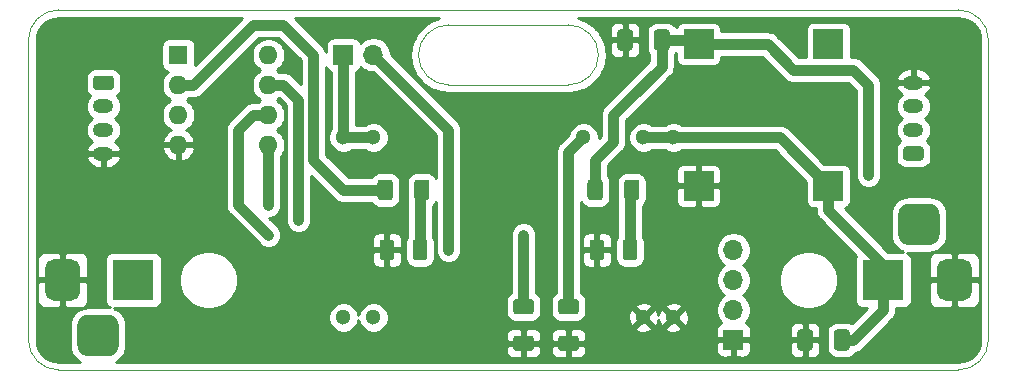
<source format=gbr>
%TF.GenerationSoftware,KiCad,Pcbnew,5.1.8+dfsg1-1+b1*%
%TF.CreationDate,2021-01-25T11:41:01-06:00*%
%TF.ProjectId,driver,64726976-6572-42e6-9b69-6361645f7063,1.0.0*%
%TF.SameCoordinates,Original*%
%TF.FileFunction,Copper,L1,Top*%
%TF.FilePolarity,Positive*%
%FSLAX46Y46*%
G04 Gerber Fmt 4.6, Leading zero omitted, Abs format (unit mm)*
G04 Created by KiCad (PCBNEW 5.1.8+dfsg1-1+b1) date 2021-01-25 11:41:01*
%MOMM*%
%LPD*%
G01*
G04 APERTURE LIST*
%TA.AperFunction,Profile*%
%ADD10C,0.100000*%
%TD*%
%TA.AperFunction,SMDPad,CuDef*%
%ADD11R,2.500000X2.500000*%
%TD*%
%TA.AperFunction,ComponentPad*%
%ADD12O,1.750000X1.200000*%
%TD*%
%TA.AperFunction,ComponentPad*%
%ADD13C,1.300000*%
%TD*%
%TA.AperFunction,ComponentPad*%
%ADD14R,3.500000X3.500000*%
%TD*%
%TA.AperFunction,ComponentPad*%
%ADD15O,1.600000X1.600000*%
%TD*%
%TA.AperFunction,ComponentPad*%
%ADD16R,1.600000X1.600000*%
%TD*%
%TA.AperFunction,ComponentPad*%
%ADD17O,1.700000X1.700000*%
%TD*%
%TA.AperFunction,ComponentPad*%
%ADD18R,1.700000X1.700000*%
%TD*%
%TA.AperFunction,ViaPad*%
%ADD19C,0.800000*%
%TD*%
%TA.AperFunction,Conductor*%
%ADD20C,0.889000*%
%TD*%
%TA.AperFunction,Conductor*%
%ADD21C,0.254000*%
%TD*%
%TA.AperFunction,Conductor*%
%ADD22C,0.100000*%
%TD*%
G04 APERTURE END LIST*
D10*
X121920000Y-85090000D02*
G75*
G02*
X119380000Y-82550000I0J2540000D01*
G01*
X165100000Y-78740000D02*
X88900000Y-78740000D01*
X119380000Y-82550000D02*
G75*
G02*
X121920000Y-80010000I2540000J0D01*
G01*
X132080000Y-80010000D02*
G75*
G02*
X134620000Y-82550000I0J-2540000D01*
G01*
X134620000Y-82550000D02*
G75*
G02*
X132080000Y-85090000I-2540000J0D01*
G01*
X132080000Y-80010000D02*
X121920000Y-80010000D01*
X132080000Y-85090000D02*
X121920000Y-85090000D01*
X165100000Y-109220000D02*
X88900000Y-109220000D01*
X86360000Y-81280000D02*
X86360000Y-106680000D01*
X167640000Y-106680000D02*
X167640000Y-81280000D01*
X86360000Y-81280000D02*
G75*
G02*
X88900000Y-78740000I2540000J0D01*
G01*
X88900000Y-109220000D02*
G75*
G02*
X86360000Y-106680000I0J2540000D01*
G01*
X167640000Y-106680000D02*
G75*
G02*
X165100000Y-109220000I-2540000J0D01*
G01*
X165100000Y-78740000D02*
G75*
G02*
X167640000Y-81280000I0J-2540000D01*
G01*
%TO.P,R7,2*%
%TO.N,GND*%
%TA.AperFunction,SMDPad,CuDef*%
G36*
G01*
X127645000Y-106310000D02*
X128895000Y-106310000D01*
G75*
G02*
X129145000Y-106560000I0J-250000D01*
G01*
X129145000Y-107360000D01*
G75*
G02*
X128895000Y-107610000I-250000J0D01*
G01*
X127645000Y-107610000D01*
G75*
G02*
X127395000Y-107360000I0J250000D01*
G01*
X127395000Y-106560000D01*
G75*
G02*
X127645000Y-106310000I250000J0D01*
G01*
G37*
%TD.AperFunction*%
%TO.P,R7,1*%
%TO.N,PWM_FAN*%
%TA.AperFunction,SMDPad,CuDef*%
G36*
G01*
X127645000Y-103210000D02*
X128895000Y-103210000D01*
G75*
G02*
X129145000Y-103460000I0J-250000D01*
G01*
X129145000Y-104260000D01*
G75*
G02*
X128895000Y-104510000I-250000J0D01*
G01*
X127645000Y-104510000D01*
G75*
G02*
X127395000Y-104260000I0J250000D01*
G01*
X127395000Y-103460000D01*
G75*
G02*
X127645000Y-103210000I250000J0D01*
G01*
G37*
%TD.AperFunction*%
%TD*%
%TO.P,R6,2*%
%TO.N,GND*%
%TA.AperFunction,SMDPad,CuDef*%
G36*
G01*
X131455000Y-106310000D02*
X132705000Y-106310000D01*
G75*
G02*
X132955000Y-106560000I0J-250000D01*
G01*
X132955000Y-107360000D01*
G75*
G02*
X132705000Y-107610000I-250000J0D01*
G01*
X131455000Y-107610000D01*
G75*
G02*
X131205000Y-107360000I0J250000D01*
G01*
X131205000Y-106560000D01*
G75*
G02*
X131455000Y-106310000I250000J0D01*
G01*
G37*
%TD.AperFunction*%
%TO.P,R6,1*%
%TO.N,PWM_LED*%
%TA.AperFunction,SMDPad,CuDef*%
G36*
G01*
X131455000Y-103210000D02*
X132705000Y-103210000D01*
G75*
G02*
X132955000Y-103460000I0J-250000D01*
G01*
X132955000Y-104260000D01*
G75*
G02*
X132705000Y-104510000I-250000J0D01*
G01*
X131455000Y-104510000D01*
G75*
G02*
X131205000Y-104260000I0J250000D01*
G01*
X131205000Y-103460000D01*
G75*
G02*
X131455000Y-103210000I250000J0D01*
G01*
G37*
%TD.AperFunction*%
%TD*%
D11*
%TO.P,PS1,4*%
%TO.N,N/C*%
X154090000Y-81630000D03*
%TO.P,PS1,3*%
%TO.N,+5V*%
X143090000Y-81630000D03*
%TO.P,PS1,2*%
%TO.N,GND*%
X143090000Y-93630000D03*
%TO.P,PS1,1*%
%TO.N,+12V*%
X154090000Y-93630000D03*
%TD*%
D12*
%TO.P,J1,4*%
%TO.N,GND*%
X161290000Y-84900000D03*
%TO.P,J1,3*%
%TO.N,Net-(J1-Pad3)*%
X161290000Y-86900000D03*
%TO.P,J1,2*%
%TO.N,SDA*%
X161290000Y-88900000D03*
%TO.P,J1,1*%
%TO.N,SCL*%
%TA.AperFunction,ComponentPad*%
G36*
G01*
X161915001Y-91500000D02*
X160664999Y-91500000D01*
G75*
G02*
X160415000Y-91250001I0J249999D01*
G01*
X160415000Y-90549999D01*
G75*
G02*
X160664999Y-90300000I249999J0D01*
G01*
X161915001Y-90300000D01*
G75*
G02*
X162165000Y-90549999I0J-249999D01*
G01*
X162165000Y-91250001D01*
G75*
G02*
X161915001Y-91500000I-249999J0D01*
G01*
G37*
%TD.AperFunction*%
%TD*%
%TO.P,R5,2*%
%TO.N,Net-(D1-Pad2)*%
%TA.AperFunction,SMDPad,CuDef*%
G36*
G01*
X136790000Y-94605001D02*
X136790000Y-93354999D01*
G75*
G02*
X137039999Y-93105000I249999J0D01*
G01*
X137840001Y-93105000D01*
G75*
G02*
X138090000Y-93354999I0J-249999D01*
G01*
X138090000Y-94605001D01*
G75*
G02*
X137840001Y-94855000I-249999J0D01*
G01*
X137039999Y-94855000D01*
G75*
G02*
X136790000Y-94605001I0J249999D01*
G01*
G37*
%TD.AperFunction*%
%TO.P,R5,1*%
%TO.N,+5V*%
%TA.AperFunction,SMDPad,CuDef*%
G36*
G01*
X133690000Y-94605001D02*
X133690000Y-93354999D01*
G75*
G02*
X133939999Y-93105000I249999J0D01*
G01*
X134740001Y-93105000D01*
G75*
G02*
X134990000Y-93354999I0J-249999D01*
G01*
X134990000Y-94605001D01*
G75*
G02*
X134740001Y-94855000I-249999J0D01*
G01*
X133939999Y-94855000D01*
G75*
G02*
X133690000Y-94605001I0J249999D01*
G01*
G37*
%TD.AperFunction*%
%TD*%
%TO.P,R2,2*%
%TO.N,Net-(D2-Pad2)*%
%TA.AperFunction,SMDPad,CuDef*%
G36*
G01*
X119010000Y-94605001D02*
X119010000Y-93354999D01*
G75*
G02*
X119259999Y-93105000I249999J0D01*
G01*
X120060001Y-93105000D01*
G75*
G02*
X120310000Y-93354999I0J-249999D01*
G01*
X120310000Y-94605001D01*
G75*
G02*
X120060001Y-94855000I-249999J0D01*
G01*
X119259999Y-94855000D01*
G75*
G02*
X119010000Y-94605001I0J249999D01*
G01*
G37*
%TD.AperFunction*%
%TO.P,R2,1*%
%TO.N,INDICATOR*%
%TA.AperFunction,SMDPad,CuDef*%
G36*
G01*
X115910000Y-94605001D02*
X115910000Y-93354999D01*
G75*
G02*
X116159999Y-93105000I249999J0D01*
G01*
X116960001Y-93105000D01*
G75*
G02*
X117210000Y-93354999I0J-249999D01*
G01*
X117210000Y-94605001D01*
G75*
G02*
X116960001Y-94855000I-249999J0D01*
G01*
X116159999Y-94855000D01*
G75*
G02*
X115910000Y-94605001I0J249999D01*
G01*
G37*
%TD.AperFunction*%
%TD*%
%TO.P,C3,2*%
%TO.N,GND*%
%TA.AperFunction,SMDPad,CuDef*%
G36*
G01*
X137530000Y-80629998D02*
X137530000Y-81930002D01*
G75*
G02*
X137280002Y-82180000I-249998J0D01*
G01*
X136454998Y-82180000D01*
G75*
G02*
X136205000Y-81930002I0J249998D01*
G01*
X136205000Y-80629998D01*
G75*
G02*
X136454998Y-80380000I249998J0D01*
G01*
X137280002Y-80380000D01*
G75*
G02*
X137530000Y-80629998I0J-249998D01*
G01*
G37*
%TD.AperFunction*%
%TO.P,C3,1*%
%TO.N,+5V*%
%TA.AperFunction,SMDPad,CuDef*%
G36*
G01*
X140655000Y-80629998D02*
X140655000Y-81930002D01*
G75*
G02*
X140405002Y-82180000I-249998J0D01*
G01*
X139579998Y-82180000D01*
G75*
G02*
X139330000Y-81930002I0J249998D01*
G01*
X139330000Y-80629998D01*
G75*
G02*
X139579998Y-80380000I249998J0D01*
G01*
X140405002Y-80380000D01*
G75*
G02*
X140655000Y-80629998I0J-249998D01*
G01*
G37*
%TD.AperFunction*%
%TD*%
%TO.P,C2,2*%
%TO.N,+12V*%
%TA.AperFunction,SMDPad,CuDef*%
G36*
G01*
X154570000Y-107330002D02*
X154570000Y-106029998D01*
G75*
G02*
X154819998Y-105780000I249998J0D01*
G01*
X155645002Y-105780000D01*
G75*
G02*
X155895000Y-106029998I0J-249998D01*
G01*
X155895000Y-107330002D01*
G75*
G02*
X155645002Y-107580000I-249998J0D01*
G01*
X154819998Y-107580000D01*
G75*
G02*
X154570000Y-107330002I0J249998D01*
G01*
G37*
%TD.AperFunction*%
%TO.P,C2,1*%
%TO.N,GND*%
%TA.AperFunction,SMDPad,CuDef*%
G36*
G01*
X151445000Y-107330002D02*
X151445000Y-106029998D01*
G75*
G02*
X151694998Y-105780000I249998J0D01*
G01*
X152520002Y-105780000D01*
G75*
G02*
X152770000Y-106029998I0J-249998D01*
G01*
X152770000Y-107330002D01*
G75*
G02*
X152520002Y-107580000I-249998J0D01*
G01*
X151694998Y-107580000D01*
G75*
G02*
X151445000Y-107330002I0J249998D01*
G01*
G37*
%TD.AperFunction*%
%TD*%
%TO.P,D1,2*%
%TO.N,Net-(D1-Pad2)*%
%TA.AperFunction,SMDPad,CuDef*%
G36*
G01*
X136665000Y-99685000D02*
X136665000Y-98435000D01*
G75*
G02*
X136915000Y-98185000I250000J0D01*
G01*
X137665000Y-98185000D01*
G75*
G02*
X137915000Y-98435000I0J-250000D01*
G01*
X137915000Y-99685000D01*
G75*
G02*
X137665000Y-99935000I-250000J0D01*
G01*
X136915000Y-99935000D01*
G75*
G02*
X136665000Y-99685000I0J250000D01*
G01*
G37*
%TD.AperFunction*%
%TO.P,D1,1*%
%TO.N,GND*%
%TA.AperFunction,SMDPad,CuDef*%
G36*
G01*
X133865000Y-99685000D02*
X133865000Y-98435000D01*
G75*
G02*
X134115000Y-98185000I250000J0D01*
G01*
X134865000Y-98185000D01*
G75*
G02*
X135115000Y-98435000I0J-250000D01*
G01*
X135115000Y-99685000D01*
G75*
G02*
X134865000Y-99935000I-250000J0D01*
G01*
X134115000Y-99935000D01*
G75*
G02*
X133865000Y-99685000I0J250000D01*
G01*
G37*
%TD.AperFunction*%
%TD*%
D13*
%TO.P,J6,24*%
%TO.N,+12V*%
X140970000Y-89535000D03*
%TO.P,J6,23*%
X138430000Y-89535000D03*
%TO.P,J6,21*%
%TO.N,PWM_LED*%
X133350000Y-89535000D03*
%TO.P,J6,14*%
%TO.N,Net-(J6-Pad13)*%
X115570000Y-89535000D03*
%TO.P,J6,13*%
X113030000Y-89535000D03*
%TO.P,J6,12*%
%TO.N,Net-(J6-Pad11)*%
X113030000Y-104775000D03*
%TO.P,J6,11*%
X115570000Y-104775000D03*
%TO.P,J6,2*%
%TO.N,GND*%
X138430000Y-104775000D03*
%TO.P,J6,1*%
X140970000Y-104775000D03*
%TD*%
D14*
%TO.P,J4,1*%
%TO.N,+12V*%
X95250000Y-101600000D03*
%TO.P,J4,2*%
%TO.N,GND*%
%TA.AperFunction,ComponentPad*%
G36*
G01*
X87750000Y-102600000D02*
X87750000Y-100600000D01*
G75*
G02*
X88500000Y-99850000I750000J0D01*
G01*
X90000000Y-99850000D01*
G75*
G02*
X90750000Y-100600000I0J-750000D01*
G01*
X90750000Y-102600000D01*
G75*
G02*
X90000000Y-103350000I-750000J0D01*
G01*
X88500000Y-103350000D01*
G75*
G02*
X87750000Y-102600000I0J750000D01*
G01*
G37*
%TD.AperFunction*%
%TO.P,J4,3*%
%TO.N,N/C*%
%TA.AperFunction,ComponentPad*%
G36*
G01*
X90500000Y-107175000D02*
X90500000Y-105425000D01*
G75*
G02*
X91375000Y-104550000I875000J0D01*
G01*
X93125000Y-104550000D01*
G75*
G02*
X94000000Y-105425000I0J-875000D01*
G01*
X94000000Y-107175000D01*
G75*
G02*
X93125000Y-108050000I-875000J0D01*
G01*
X91375000Y-108050000D01*
G75*
G02*
X90500000Y-107175000I0J875000D01*
G01*
G37*
%TD.AperFunction*%
%TD*%
%TO.P,J3,3*%
%TO.N,N/C*%
%TA.AperFunction,ComponentPad*%
G36*
G01*
X163500000Y-96025000D02*
X163500000Y-97775000D01*
G75*
G02*
X162625000Y-98650000I-875000J0D01*
G01*
X160875000Y-98650000D01*
G75*
G02*
X160000000Y-97775000I0J875000D01*
G01*
X160000000Y-96025000D01*
G75*
G02*
X160875000Y-95150000I875000J0D01*
G01*
X162625000Y-95150000D01*
G75*
G02*
X163500000Y-96025000I0J-875000D01*
G01*
G37*
%TD.AperFunction*%
%TO.P,J3,2*%
%TO.N,GND*%
%TA.AperFunction,ComponentPad*%
G36*
G01*
X166250000Y-100600000D02*
X166250000Y-102600000D01*
G75*
G02*
X165500000Y-103350000I-750000J0D01*
G01*
X164000000Y-103350000D01*
G75*
G02*
X163250000Y-102600000I0J750000D01*
G01*
X163250000Y-100600000D01*
G75*
G02*
X164000000Y-99850000I750000J0D01*
G01*
X165500000Y-99850000D01*
G75*
G02*
X166250000Y-100600000I0J-750000D01*
G01*
G37*
%TD.AperFunction*%
%TO.P,J3,1*%
%TO.N,+12V*%
X158750000Y-101600000D03*
%TD*%
%TO.P,D2,2*%
%TO.N,Net-(D2-Pad2)*%
%TA.AperFunction,SMDPad,CuDef*%
G36*
G01*
X118885000Y-99685000D02*
X118885000Y-98435000D01*
G75*
G02*
X119135000Y-98185000I250000J0D01*
G01*
X119885000Y-98185000D01*
G75*
G02*
X120135000Y-98435000I0J-250000D01*
G01*
X120135000Y-99685000D01*
G75*
G02*
X119885000Y-99935000I-250000J0D01*
G01*
X119135000Y-99935000D01*
G75*
G02*
X118885000Y-99685000I0J250000D01*
G01*
G37*
%TD.AperFunction*%
%TO.P,D2,1*%
%TO.N,GND*%
%TA.AperFunction,SMDPad,CuDef*%
G36*
G01*
X116085000Y-99685000D02*
X116085000Y-98435000D01*
G75*
G02*
X116335000Y-98185000I250000J0D01*
G01*
X117085000Y-98185000D01*
G75*
G02*
X117335000Y-98435000I0J-250000D01*
G01*
X117335000Y-99685000D01*
G75*
G02*
X117085000Y-99935000I-250000J0D01*
G01*
X116335000Y-99935000D01*
G75*
G02*
X116085000Y-99685000I0J250000D01*
G01*
G37*
%TD.AperFunction*%
%TD*%
D12*
%TO.P,J2,4*%
%TO.N,GND*%
X92710000Y-90900000D03*
%TO.P,J2,3*%
%TO.N,Net-(J1-Pad3)*%
X92710000Y-88900000D03*
%TO.P,J2,2*%
%TO.N,SDA*%
X92710000Y-86900000D03*
%TO.P,J2,1*%
%TO.N,SCL*%
%TA.AperFunction,ComponentPad*%
G36*
G01*
X92084999Y-84300000D02*
X93335001Y-84300000D01*
G75*
G02*
X93585000Y-84549999I0J-249999D01*
G01*
X93585000Y-85250001D01*
G75*
G02*
X93335001Y-85500000I-249999J0D01*
G01*
X92084999Y-85500000D01*
G75*
G02*
X91835000Y-85250001I0J249999D01*
G01*
X91835000Y-84549999D01*
G75*
G02*
X92084999Y-84300000I249999J0D01*
G01*
G37*
%TD.AperFunction*%
%TD*%
D15*
%TO.P,U1,8*%
%TO.N,+5V*%
X106680000Y-82550000D03*
%TO.P,U1,4*%
%TO.N,GND*%
X99060000Y-90170000D03*
%TO.P,U1,7*%
%TO.N,SCL*%
X106680000Y-85090000D03*
%TO.P,U1,3*%
%TO.N,PWM_LED*%
X99060000Y-87630000D03*
%TO.P,U1,6*%
%TO.N,PWM_FAN*%
X106680000Y-87630000D03*
%TO.P,U1,2*%
%TO.N,INDICATOR*%
X99060000Y-85090000D03*
%TO.P,U1,5*%
%TO.N,SDA*%
X106680000Y-90170000D03*
D16*
%TO.P,U1,1*%
%TO.N,Net-(R3-Pad2)*%
X99060000Y-82550000D03*
%TD*%
D17*
%TO.P,J5,4*%
%TO.N,PWM_FAN*%
X146050000Y-99060000D03*
%TO.P,J5,3*%
%TO.N,N/C*%
X146050000Y-101600000D03*
%TO.P,J5,2*%
%TO.N,+12V*%
X146050000Y-104140000D03*
D18*
%TO.P,J5,1*%
%TO.N,GND*%
X146050000Y-106680000D03*
%TD*%
%TO.P,J7,1*%
%TO.N,Net-(J6-Pad13)*%
X113030000Y-82550000D03*
D17*
%TO.P,J7,2*%
%TO.N,Net-(J6-Pad11)*%
X115570000Y-82550000D03*
%TD*%
D19*
%TO.N,+5V*%
X135890000Y-87630000D03*
X157480000Y-92710000D03*
X157480000Y-85090000D03*
%TO.N,SDA*%
X106680000Y-95250000D03*
%TO.N,SCL*%
X109220000Y-96520000D03*
%TO.N,PWM_FAN*%
X106680000Y-97790000D03*
X128270000Y-97790000D03*
%TO.N,Net-(J6-Pad11)*%
X121920000Y-99060000D03*
%TD*%
D20*
%TO.N,+12V*%
X158750000Y-101600000D02*
X158750000Y-102870000D01*
X155232500Y-106680000D02*
X156210000Y-106680000D01*
X158750000Y-104140000D02*
X158750000Y-101600000D01*
X156210000Y-106680000D02*
X158750000Y-104140000D01*
X154090000Y-93630000D02*
X154090000Y-95670000D01*
X158750000Y-100330000D02*
X158750000Y-101600000D01*
X154090000Y-95670000D02*
X158750000Y-100330000D01*
X138430000Y-89535000D02*
X140970000Y-89535000D01*
X149995000Y-89535000D02*
X154090000Y-93630000D01*
X140970000Y-89535000D02*
X149995000Y-89535000D01*
%TO.N,+5V*%
X142740000Y-81280000D02*
X143090000Y-81630000D01*
X139992500Y-81280000D02*
X142740000Y-81280000D01*
X139992500Y-83527500D02*
X139992500Y-81280000D01*
X135890000Y-89891258D02*
X135890000Y-87630000D01*
X134340000Y-91441258D02*
X135890000Y-89891258D01*
X134340000Y-93980000D02*
X134340000Y-91441258D01*
X135890000Y-87630000D02*
X137160000Y-86360000D01*
X137160000Y-86360000D02*
X139992500Y-83527500D01*
X143090000Y-81630000D02*
X147670000Y-81630000D01*
X147670000Y-81630000D02*
X148940000Y-81630000D01*
X148940000Y-81630000D02*
X151130000Y-83820000D01*
X151130000Y-83820000D02*
X156210000Y-83820000D01*
X156210000Y-83820000D02*
X157480000Y-85090000D01*
X157480000Y-85090000D02*
X157480000Y-92710000D01*
%TO.N,SDA*%
X106680000Y-90170000D02*
X106680000Y-95250000D01*
%TO.N,SCL*%
X106680000Y-85090000D02*
X107950000Y-85090000D01*
X109220000Y-86360000D02*
X109220000Y-96520000D01*
X107950000Y-85090000D02*
X109220000Y-86360000D01*
%TO.N,PWM_LED*%
X132080000Y-90805000D02*
X133350000Y-89535000D01*
X132080000Y-103860000D02*
X132080000Y-90805000D01*
%TO.N,PWM_FAN*%
X106680000Y-87630000D02*
X105410000Y-87630000D01*
X105410000Y-87630000D02*
X104140000Y-88900000D01*
X104140000Y-88900000D02*
X104140000Y-95250000D01*
X104140000Y-95250000D02*
X106680000Y-97790000D01*
X128270000Y-103860000D02*
X128270000Y-97790000D01*
%TO.N,INDICATOR*%
X100330000Y-85090000D02*
X99060000Y-85090000D01*
X105410000Y-80010000D02*
X100330000Y-85090000D01*
X107950000Y-80010000D02*
X105410000Y-80010000D01*
X110490000Y-91440000D02*
X110490000Y-82550000D01*
X113030000Y-93980000D02*
X110490000Y-91440000D01*
X110490000Y-82550000D02*
X107950000Y-80010000D01*
X116560000Y-93980000D02*
X113030000Y-93980000D01*
%TO.N,Net-(D1-Pad2)*%
X137290000Y-94130000D02*
X137440000Y-93980000D01*
X137290000Y-99060000D02*
X137290000Y-94130000D01*
%TO.N,Net-(D2-Pad2)*%
X119510000Y-94130000D02*
X119660000Y-93980000D01*
X119510000Y-99060000D02*
X119510000Y-94130000D01*
%TO.N,Net-(J6-Pad13)*%
X115570000Y-89535000D02*
X113030000Y-89535000D01*
X113030000Y-82550000D02*
X113030000Y-89535000D01*
%TO.N,Net-(J6-Pad11)*%
X115570000Y-82550000D02*
X121920000Y-88900000D01*
X121920000Y-88900000D02*
X121920000Y-99060000D01*
%TD*%
D21*
%TO.N,GND*%
X100493125Y-83400233D02*
X100498072Y-83350000D01*
X100498072Y-81750000D01*
X100485812Y-81625518D01*
X100449502Y-81505820D01*
X100390537Y-81395506D01*
X100311185Y-81298815D01*
X100214494Y-81219463D01*
X100104180Y-81160498D01*
X99984482Y-81124188D01*
X99860000Y-81111928D01*
X98260000Y-81111928D01*
X98135518Y-81124188D01*
X98015820Y-81160498D01*
X97905506Y-81219463D01*
X97808815Y-81298815D01*
X97729463Y-81395506D01*
X97670498Y-81505820D01*
X97634188Y-81625518D01*
X97621928Y-81750000D01*
X97621928Y-83350000D01*
X97634188Y-83474482D01*
X97670498Y-83594180D01*
X97729463Y-83704494D01*
X97808815Y-83801185D01*
X97905506Y-83880537D01*
X98015820Y-83939502D01*
X98135518Y-83975812D01*
X98143961Y-83976643D01*
X97945363Y-84175241D01*
X97788320Y-84410273D01*
X97680147Y-84671426D01*
X97625000Y-84948665D01*
X97625000Y-85231335D01*
X97680147Y-85508574D01*
X97788320Y-85769727D01*
X97945363Y-86004759D01*
X98145241Y-86204637D01*
X98377759Y-86360000D01*
X98145241Y-86515363D01*
X97945363Y-86715241D01*
X97788320Y-86950273D01*
X97680147Y-87211426D01*
X97625000Y-87488665D01*
X97625000Y-87771335D01*
X97680147Y-88048574D01*
X97788320Y-88309727D01*
X97945363Y-88544759D01*
X98145241Y-88744637D01*
X98380273Y-88901680D01*
X98390865Y-88906067D01*
X98204869Y-89017615D01*
X97996481Y-89206586D01*
X97828963Y-89432580D01*
X97708754Y-89686913D01*
X97668096Y-89820961D01*
X97790085Y-90043000D01*
X98933000Y-90043000D01*
X98933000Y-90023000D01*
X99187000Y-90023000D01*
X99187000Y-90043000D01*
X100329915Y-90043000D01*
X100451904Y-89820961D01*
X100411246Y-89686913D01*
X100291037Y-89432580D01*
X100123519Y-89206586D01*
X99915131Y-89017615D01*
X99729135Y-88906067D01*
X99739727Y-88901680D01*
X99974759Y-88744637D01*
X100174637Y-88544759D01*
X100331680Y-88309727D01*
X100439853Y-88048574D01*
X100495000Y-87771335D01*
X100495000Y-87488665D01*
X100439853Y-87211426D01*
X100331680Y-86950273D01*
X100174637Y-86715241D01*
X99974759Y-86515363D01*
X99742241Y-86360000D01*
X99974759Y-86204637D01*
X100009896Y-86169500D01*
X100276971Y-86169500D01*
X100330000Y-86174723D01*
X100383029Y-86169500D01*
X100541619Y-86153880D01*
X100745106Y-86092153D01*
X100932640Y-85991914D01*
X101097015Y-85857015D01*
X101130827Y-85815815D01*
X105857144Y-81089500D01*
X107502858Y-81089500D01*
X109410501Y-82997144D01*
X109410501Y-85023858D01*
X108750826Y-84364184D01*
X108717015Y-84322985D01*
X108552640Y-84188086D01*
X108365106Y-84087847D01*
X108161619Y-84026120D01*
X108003029Y-84010500D01*
X107950000Y-84005277D01*
X107896971Y-84010500D01*
X107629896Y-84010500D01*
X107594759Y-83975363D01*
X107362241Y-83820000D01*
X107594759Y-83664637D01*
X107794637Y-83464759D01*
X107951680Y-83229727D01*
X108059853Y-82968574D01*
X108115000Y-82691335D01*
X108115000Y-82408665D01*
X108059853Y-82131426D01*
X107951680Y-81870273D01*
X107794637Y-81635241D01*
X107594759Y-81435363D01*
X107359727Y-81278320D01*
X107098574Y-81170147D01*
X106821335Y-81115000D01*
X106538665Y-81115000D01*
X106261426Y-81170147D01*
X106000273Y-81278320D01*
X105765241Y-81435363D01*
X105565363Y-81635241D01*
X105408320Y-81870273D01*
X105300147Y-82131426D01*
X105245000Y-82408665D01*
X105245000Y-82691335D01*
X105300147Y-82968574D01*
X105408320Y-83229727D01*
X105565363Y-83464759D01*
X105765241Y-83664637D01*
X105997759Y-83820000D01*
X105765241Y-83975363D01*
X105565363Y-84175241D01*
X105408320Y-84410273D01*
X105300147Y-84671426D01*
X105245000Y-84948665D01*
X105245000Y-85231335D01*
X105300147Y-85508574D01*
X105408320Y-85769727D01*
X105565363Y-86004759D01*
X105765241Y-86204637D01*
X105997759Y-86360000D01*
X105765241Y-86515363D01*
X105730104Y-86550500D01*
X105463021Y-86550500D01*
X105409999Y-86545278D01*
X105356978Y-86550500D01*
X105356971Y-86550500D01*
X105198381Y-86566120D01*
X104994894Y-86627847D01*
X104807360Y-86728086D01*
X104642985Y-86862985D01*
X104609178Y-86904179D01*
X103414184Y-88099174D01*
X103372985Y-88132985D01*
X103238086Y-88297360D01*
X103137847Y-88484895D01*
X103118946Y-88547205D01*
X103076120Y-88688382D01*
X103055277Y-88900000D01*
X103060500Y-88953029D01*
X103060501Y-95196961D01*
X103055277Y-95250000D01*
X103076120Y-95461618D01*
X103118946Y-95602795D01*
X103137848Y-95665106D01*
X103238087Y-95852640D01*
X103372986Y-96017015D01*
X103414180Y-96050822D01*
X105954175Y-98590818D01*
X106077360Y-98691913D01*
X106264894Y-98792153D01*
X106468381Y-98853880D01*
X106679999Y-98874722D01*
X106891618Y-98853880D01*
X107095104Y-98792153D01*
X107282639Y-98691913D01*
X107447014Y-98557014D01*
X107581913Y-98392639D01*
X107682153Y-98205104D01*
X107688251Y-98185000D01*
X115446928Y-98185000D01*
X115450000Y-98774250D01*
X115608750Y-98933000D01*
X116583000Y-98933000D01*
X116583000Y-97708750D01*
X116837000Y-97708750D01*
X116837000Y-98933000D01*
X117811250Y-98933000D01*
X117970000Y-98774250D01*
X117973072Y-98185000D01*
X117960812Y-98060518D01*
X117924502Y-97940820D01*
X117865537Y-97830506D01*
X117786185Y-97733815D01*
X117689494Y-97654463D01*
X117579180Y-97595498D01*
X117459482Y-97559188D01*
X117335000Y-97546928D01*
X116995750Y-97550000D01*
X116837000Y-97708750D01*
X116583000Y-97708750D01*
X116424250Y-97550000D01*
X116085000Y-97546928D01*
X115960518Y-97559188D01*
X115840820Y-97595498D01*
X115730506Y-97654463D01*
X115633815Y-97733815D01*
X115554463Y-97830506D01*
X115495498Y-97940820D01*
X115459188Y-98060518D01*
X115446928Y-98185000D01*
X107688251Y-98185000D01*
X107743880Y-98001618D01*
X107764722Y-97789999D01*
X107743880Y-97578381D01*
X107682153Y-97374894D01*
X107581913Y-97187360D01*
X107480818Y-97064175D01*
X106744967Y-96328324D01*
X106891619Y-96313880D01*
X107095106Y-96252153D01*
X107282640Y-96151914D01*
X107447015Y-96017015D01*
X107581914Y-95852640D01*
X107682153Y-95665106D01*
X107743880Y-95461619D01*
X107759500Y-95303029D01*
X107759500Y-91119896D01*
X107794637Y-91084759D01*
X107951680Y-90849727D01*
X108059853Y-90588574D01*
X108115000Y-90311335D01*
X108115000Y-90028665D01*
X108059853Y-89751426D01*
X107951680Y-89490273D01*
X107794637Y-89255241D01*
X107594759Y-89055363D01*
X107362241Y-88900000D01*
X107594759Y-88744637D01*
X107794637Y-88544759D01*
X107951680Y-88309727D01*
X108059853Y-88048574D01*
X108115000Y-87771335D01*
X108115000Y-87488665D01*
X108059853Y-87211426D01*
X107951680Y-86950273D01*
X107794637Y-86715241D01*
X107594759Y-86515363D01*
X107362241Y-86360000D01*
X107560731Y-86227374D01*
X108140500Y-86807143D01*
X108140501Y-96573029D01*
X108156121Y-96731619D01*
X108217848Y-96935106D01*
X108318087Y-97122640D01*
X108452986Y-97287015D01*
X108617361Y-97421914D01*
X108804895Y-97522153D01*
X109008382Y-97583880D01*
X109220000Y-97604723D01*
X109431619Y-97583880D01*
X109635106Y-97522153D01*
X109822640Y-97421914D01*
X109987015Y-97287015D01*
X110121914Y-97122640D01*
X110222153Y-96935106D01*
X110283880Y-96731619D01*
X110299500Y-96573029D01*
X110299500Y-92776142D01*
X112229178Y-94705821D01*
X112262985Y-94747015D01*
X112427360Y-94881914D01*
X112614894Y-94982153D01*
X112818381Y-95043880D01*
X112976971Y-95059500D01*
X112976978Y-95059500D01*
X113029999Y-95064722D01*
X113083021Y-95059500D01*
X115400809Y-95059500D01*
X115421595Y-95098387D01*
X115532038Y-95232962D01*
X115666613Y-95343405D01*
X115820149Y-95425472D01*
X115986745Y-95476008D01*
X116159999Y-95493072D01*
X116960001Y-95493072D01*
X117133255Y-95476008D01*
X117299851Y-95425472D01*
X117453387Y-95343405D01*
X117587962Y-95232962D01*
X117698405Y-95098387D01*
X117780472Y-94944851D01*
X117831008Y-94778255D01*
X117848072Y-94605001D01*
X117848072Y-93354999D01*
X117831008Y-93181745D01*
X117780472Y-93015149D01*
X117698405Y-92861613D01*
X117587962Y-92727038D01*
X117453387Y-92616595D01*
X117299851Y-92534528D01*
X117133255Y-92483992D01*
X116960001Y-92466928D01*
X116159999Y-92466928D01*
X115986745Y-92483992D01*
X115820149Y-92534528D01*
X115666613Y-92616595D01*
X115532038Y-92727038D01*
X115421595Y-92861613D01*
X115400809Y-92900500D01*
X113477143Y-92900500D01*
X111569500Y-90992858D01*
X111569500Y-83574959D01*
X111590498Y-83644180D01*
X111649463Y-83754494D01*
X111728815Y-83851185D01*
X111825506Y-83930537D01*
X111935820Y-83989502D01*
X111950500Y-83993955D01*
X111950501Y-88837645D01*
X111891247Y-88926324D01*
X111794381Y-89160179D01*
X111745000Y-89408439D01*
X111745000Y-89661561D01*
X111794381Y-89909821D01*
X111891247Y-90143676D01*
X112031875Y-90354140D01*
X112210860Y-90533125D01*
X112421324Y-90673753D01*
X112655179Y-90770619D01*
X112903439Y-90820000D01*
X113156561Y-90820000D01*
X113404821Y-90770619D01*
X113638676Y-90673753D01*
X113727354Y-90614500D01*
X114872646Y-90614500D01*
X114961324Y-90673753D01*
X115195179Y-90770619D01*
X115443439Y-90820000D01*
X115696561Y-90820000D01*
X115944821Y-90770619D01*
X116178676Y-90673753D01*
X116389140Y-90533125D01*
X116568125Y-90354140D01*
X116708753Y-90143676D01*
X116805619Y-89909821D01*
X116855000Y-89661561D01*
X116855000Y-89408439D01*
X116805619Y-89160179D01*
X116708753Y-88926324D01*
X116568125Y-88715860D01*
X116389140Y-88536875D01*
X116178676Y-88396247D01*
X115944821Y-88299381D01*
X115696561Y-88250000D01*
X115443439Y-88250000D01*
X115195179Y-88299381D01*
X114961324Y-88396247D01*
X114872646Y-88455500D01*
X114109500Y-88455500D01*
X114109500Y-83993955D01*
X114124180Y-83989502D01*
X114234494Y-83930537D01*
X114331185Y-83851185D01*
X114410537Y-83754494D01*
X114469502Y-83644180D01*
X114491513Y-83571620D01*
X114623368Y-83703475D01*
X114866589Y-83865990D01*
X115136842Y-83977932D01*
X115423740Y-84035000D01*
X115528358Y-84035000D01*
X120840500Y-89347143D01*
X120840500Y-92940368D01*
X120798405Y-92861613D01*
X120687962Y-92727038D01*
X120553387Y-92616595D01*
X120399851Y-92534528D01*
X120233255Y-92483992D01*
X120060001Y-92466928D01*
X119259999Y-92466928D01*
X119086745Y-92483992D01*
X118920149Y-92534528D01*
X118766613Y-92616595D01*
X118632038Y-92727038D01*
X118521595Y-92861613D01*
X118439528Y-93015149D01*
X118388992Y-93181745D01*
X118371928Y-93354999D01*
X118371928Y-94605001D01*
X118388992Y-94778255D01*
X118430501Y-94915092D01*
X118430500Y-97900300D01*
X118396595Y-97941614D01*
X118314528Y-98095150D01*
X118263992Y-98261746D01*
X118246928Y-98435000D01*
X118246928Y-99685000D01*
X118263992Y-99858254D01*
X118314528Y-100024850D01*
X118396595Y-100178386D01*
X118507038Y-100312962D01*
X118641614Y-100423405D01*
X118795150Y-100505472D01*
X118961746Y-100556008D01*
X119135000Y-100573072D01*
X119885000Y-100573072D01*
X120058254Y-100556008D01*
X120224850Y-100505472D01*
X120378386Y-100423405D01*
X120512962Y-100312962D01*
X120623405Y-100178386D01*
X120705472Y-100024850D01*
X120756008Y-99858254D01*
X120773072Y-99685000D01*
X120773072Y-98435000D01*
X120756008Y-98261746D01*
X120705472Y-98095150D01*
X120623405Y-97941614D01*
X120589500Y-97900300D01*
X120589500Y-95313768D01*
X120687962Y-95232962D01*
X120798405Y-95098387D01*
X120840501Y-95019632D01*
X120840501Y-99113029D01*
X120856121Y-99271619D01*
X120917848Y-99475106D01*
X121018087Y-99662640D01*
X121152986Y-99827015D01*
X121317361Y-99961914D01*
X121504895Y-100062153D01*
X121708382Y-100123880D01*
X121920000Y-100144723D01*
X122131619Y-100123880D01*
X122335106Y-100062153D01*
X122522640Y-99961914D01*
X122687015Y-99827015D01*
X122821914Y-99662640D01*
X122922153Y-99475106D01*
X122983880Y-99271619D01*
X122999500Y-99113029D01*
X122999500Y-88953021D01*
X123004722Y-88899999D01*
X122999500Y-88846978D01*
X122999500Y-88846971D01*
X122983880Y-88688381D01*
X122922153Y-88484894D01*
X122821914Y-88297360D01*
X122687015Y-88132985D01*
X122645821Y-88099178D01*
X117055000Y-82508358D01*
X117055000Y-82403740D01*
X116997932Y-82116842D01*
X116885990Y-81846589D01*
X116723475Y-81603368D01*
X116516632Y-81396525D01*
X116273411Y-81234010D01*
X116003158Y-81122068D01*
X115716260Y-81065000D01*
X115423740Y-81065000D01*
X115136842Y-81122068D01*
X114866589Y-81234010D01*
X114623368Y-81396525D01*
X114491513Y-81528380D01*
X114469502Y-81455820D01*
X114410537Y-81345506D01*
X114331185Y-81248815D01*
X114234494Y-81169463D01*
X114124180Y-81110498D01*
X114004482Y-81074188D01*
X113880000Y-81061928D01*
X112180000Y-81061928D01*
X112055518Y-81074188D01*
X111935820Y-81110498D01*
X111825506Y-81169463D01*
X111728815Y-81248815D01*
X111649463Y-81345506D01*
X111590498Y-81455820D01*
X111554188Y-81575518D01*
X111541928Y-81700000D01*
X111541928Y-82298980D01*
X111492153Y-82134894D01*
X111391914Y-81947360D01*
X111257015Y-81782985D01*
X111215821Y-81749178D01*
X108891642Y-79425000D01*
X121150211Y-79425000D01*
X120733150Y-79554102D01*
X120675896Y-79578170D01*
X120618352Y-79601419D01*
X120609907Y-79605909D01*
X120173847Y-79841686D01*
X120122384Y-79876398D01*
X120070427Y-79910398D01*
X120063015Y-79916443D01*
X119681055Y-80232427D01*
X119637308Y-80276481D01*
X119592950Y-80319919D01*
X119586853Y-80327289D01*
X119273543Y-80711445D01*
X119239192Y-80763148D01*
X119204110Y-80814384D01*
X119199561Y-80822797D01*
X118966834Y-81260493D01*
X118943171Y-81317903D01*
X118918718Y-81374958D01*
X118915889Y-81384094D01*
X118772610Y-81858659D01*
X118760548Y-81919577D01*
X118747643Y-81980289D01*
X118746643Y-81989800D01*
X118698269Y-82483156D01*
X118698269Y-82513086D01*
X118695038Y-82542831D01*
X118695004Y-82552395D01*
X118695066Y-82570127D01*
X118698090Y-82599896D01*
X118697881Y-82629815D01*
X118698814Y-82639334D01*
X118750632Y-83132340D01*
X118763109Y-83193121D01*
X118774749Y-83254142D01*
X118777513Y-83263298D01*
X118924103Y-83736851D01*
X118948167Y-83794097D01*
X118971419Y-83851648D01*
X118975907Y-83860089D01*
X118975909Y-83860094D01*
X118975912Y-83860098D01*
X119211686Y-84296153D01*
X119246398Y-84347616D01*
X119280398Y-84399573D01*
X119286443Y-84406985D01*
X119602427Y-84788945D01*
X119646500Y-84832712D01*
X119689920Y-84877050D01*
X119697289Y-84883147D01*
X120081445Y-85196457D01*
X120133148Y-85230808D01*
X120184384Y-85265890D01*
X120192797Y-85270439D01*
X120630493Y-85503166D01*
X120687882Y-85526820D01*
X120744958Y-85551283D01*
X120754095Y-85554111D01*
X121228659Y-85697390D01*
X121289577Y-85709452D01*
X121350289Y-85722357D01*
X121359801Y-85723357D01*
X121853156Y-85771731D01*
X121853163Y-85771731D01*
X121886353Y-85775000D01*
X132113647Y-85775000D01*
X132144018Y-85772009D01*
X132159815Y-85772119D01*
X132169334Y-85771186D01*
X132662340Y-85719368D01*
X132723121Y-85706891D01*
X132784142Y-85695251D01*
X132793298Y-85692487D01*
X133266851Y-85545897D01*
X133324097Y-85521833D01*
X133381648Y-85498581D01*
X133390089Y-85494093D01*
X133390094Y-85494091D01*
X133390098Y-85494088D01*
X133826153Y-85258314D01*
X133877616Y-85223602D01*
X133929573Y-85189602D01*
X133936985Y-85183557D01*
X134318945Y-84867573D01*
X134362712Y-84823500D01*
X134407050Y-84780080D01*
X134413147Y-84772711D01*
X134726457Y-84388555D01*
X134760808Y-84336852D01*
X134795890Y-84285616D01*
X134800439Y-84277203D01*
X135033166Y-83839507D01*
X135056820Y-83782118D01*
X135081283Y-83725042D01*
X135084111Y-83715905D01*
X135227390Y-83241341D01*
X135239452Y-83180423D01*
X135252357Y-83119711D01*
X135253357Y-83110199D01*
X135301731Y-82616844D01*
X135301731Y-82586914D01*
X135304962Y-82557169D01*
X135304996Y-82547605D01*
X135304934Y-82529873D01*
X135301910Y-82500104D01*
X135302119Y-82470185D01*
X135301186Y-82460666D01*
X135271687Y-82180000D01*
X135566928Y-82180000D01*
X135579188Y-82304482D01*
X135615498Y-82424180D01*
X135674463Y-82534494D01*
X135753815Y-82631185D01*
X135850506Y-82710537D01*
X135960820Y-82769502D01*
X136080518Y-82805812D01*
X136205000Y-82818072D01*
X136581750Y-82815000D01*
X136740500Y-82656250D01*
X136740500Y-81407000D01*
X136994500Y-81407000D01*
X136994500Y-82656250D01*
X137153250Y-82815000D01*
X137530000Y-82818072D01*
X137654482Y-82805812D01*
X137774180Y-82769502D01*
X137884494Y-82710537D01*
X137981185Y-82631185D01*
X138060537Y-82534494D01*
X138119502Y-82424180D01*
X138155812Y-82304482D01*
X138168072Y-82180000D01*
X138165000Y-81565750D01*
X138006250Y-81407000D01*
X136994500Y-81407000D01*
X136740500Y-81407000D01*
X135728750Y-81407000D01*
X135570000Y-81565750D01*
X135566928Y-82180000D01*
X135271687Y-82180000D01*
X135249369Y-81967660D01*
X135236886Y-81906849D01*
X135225251Y-81845858D01*
X135222487Y-81836702D01*
X135075898Y-81363150D01*
X135051830Y-81305896D01*
X135028581Y-81248352D01*
X135024091Y-81239907D01*
X134788314Y-80803847D01*
X134753602Y-80752384D01*
X134719602Y-80700427D01*
X134713557Y-80693015D01*
X134454610Y-80380000D01*
X135566928Y-80380000D01*
X135570000Y-80994250D01*
X135728750Y-81153000D01*
X136740500Y-81153000D01*
X136740500Y-79903750D01*
X136994500Y-79903750D01*
X136994500Y-81153000D01*
X138006250Y-81153000D01*
X138165000Y-80994250D01*
X138168072Y-80380000D01*
X138155812Y-80255518D01*
X138119502Y-80135820D01*
X138060537Y-80025506D01*
X137981185Y-79928815D01*
X137884494Y-79849463D01*
X137774180Y-79790498D01*
X137654482Y-79754188D01*
X137530000Y-79741928D01*
X137153250Y-79745000D01*
X136994500Y-79903750D01*
X136740500Y-79903750D01*
X136581750Y-79745000D01*
X136205000Y-79741928D01*
X136080518Y-79754188D01*
X135960820Y-79790498D01*
X135850506Y-79849463D01*
X135753815Y-79928815D01*
X135674463Y-80025506D01*
X135615498Y-80135820D01*
X135579188Y-80255518D01*
X135566928Y-80380000D01*
X134454610Y-80380000D01*
X134397573Y-80311055D01*
X134353519Y-80267308D01*
X134310081Y-80222950D01*
X134302711Y-80216853D01*
X133918555Y-79903543D01*
X133866852Y-79869192D01*
X133815616Y-79834110D01*
X133807203Y-79829561D01*
X133369507Y-79596834D01*
X133312097Y-79573171D01*
X133255042Y-79548718D01*
X133245906Y-79545889D01*
X132845501Y-79425000D01*
X165066496Y-79425000D01*
X165459668Y-79463551D01*
X165805634Y-79568004D01*
X166124724Y-79737667D01*
X166404781Y-79966076D01*
X166635141Y-80244534D01*
X166807027Y-80562430D01*
X166913893Y-80907658D01*
X166955001Y-81298763D01*
X166955000Y-106646495D01*
X166916449Y-107039667D01*
X166811996Y-107385635D01*
X166642333Y-107704724D01*
X166413924Y-107984781D01*
X166135466Y-108215141D01*
X165817570Y-108387027D01*
X165472340Y-108493894D01*
X165081238Y-108535000D01*
X93774926Y-108535000D01*
X93965618Y-108433073D01*
X94194903Y-108244903D01*
X94383073Y-108015618D01*
X94522896Y-107754028D01*
X94566586Y-107610000D01*
X126756928Y-107610000D01*
X126769188Y-107734482D01*
X126805498Y-107854180D01*
X126864463Y-107964494D01*
X126943815Y-108061185D01*
X127040506Y-108140537D01*
X127150820Y-108199502D01*
X127270518Y-108235812D01*
X127395000Y-108248072D01*
X127984250Y-108245000D01*
X128143000Y-108086250D01*
X128143000Y-107087000D01*
X128397000Y-107087000D01*
X128397000Y-108086250D01*
X128555750Y-108245000D01*
X129145000Y-108248072D01*
X129269482Y-108235812D01*
X129389180Y-108199502D01*
X129499494Y-108140537D01*
X129596185Y-108061185D01*
X129675537Y-107964494D01*
X129734502Y-107854180D01*
X129770812Y-107734482D01*
X129783072Y-107610000D01*
X130566928Y-107610000D01*
X130579188Y-107734482D01*
X130615498Y-107854180D01*
X130674463Y-107964494D01*
X130753815Y-108061185D01*
X130850506Y-108140537D01*
X130960820Y-108199502D01*
X131080518Y-108235812D01*
X131205000Y-108248072D01*
X131794250Y-108245000D01*
X131953000Y-108086250D01*
X131953000Y-107087000D01*
X132207000Y-107087000D01*
X132207000Y-108086250D01*
X132365750Y-108245000D01*
X132955000Y-108248072D01*
X133079482Y-108235812D01*
X133199180Y-108199502D01*
X133309494Y-108140537D01*
X133406185Y-108061185D01*
X133485537Y-107964494D01*
X133544502Y-107854180D01*
X133580812Y-107734482D01*
X133593072Y-107610000D01*
X133592398Y-107530000D01*
X144561928Y-107530000D01*
X144574188Y-107654482D01*
X144610498Y-107774180D01*
X144669463Y-107884494D01*
X144748815Y-107981185D01*
X144845506Y-108060537D01*
X144955820Y-108119502D01*
X145075518Y-108155812D01*
X145200000Y-108168072D01*
X145764250Y-108165000D01*
X145923000Y-108006250D01*
X145923000Y-106807000D01*
X146177000Y-106807000D01*
X146177000Y-108006250D01*
X146335750Y-108165000D01*
X146900000Y-108168072D01*
X147024482Y-108155812D01*
X147144180Y-108119502D01*
X147254494Y-108060537D01*
X147351185Y-107981185D01*
X147430537Y-107884494D01*
X147489502Y-107774180D01*
X147525812Y-107654482D01*
X147533147Y-107580000D01*
X150806928Y-107580000D01*
X150819188Y-107704482D01*
X150855498Y-107824180D01*
X150914463Y-107934494D01*
X150993815Y-108031185D01*
X151090506Y-108110537D01*
X151200820Y-108169502D01*
X151320518Y-108205812D01*
X151445000Y-108218072D01*
X151821750Y-108215000D01*
X151980500Y-108056250D01*
X151980500Y-106807000D01*
X152234500Y-106807000D01*
X152234500Y-108056250D01*
X152393250Y-108215000D01*
X152770000Y-108218072D01*
X152894482Y-108205812D01*
X153014180Y-108169502D01*
X153124494Y-108110537D01*
X153221185Y-108031185D01*
X153300537Y-107934494D01*
X153359502Y-107824180D01*
X153395812Y-107704482D01*
X153408072Y-107580000D01*
X153405000Y-106965750D01*
X153246250Y-106807000D01*
X152234500Y-106807000D01*
X151980500Y-106807000D01*
X150968750Y-106807000D01*
X150810000Y-106965750D01*
X150806928Y-107580000D01*
X147533147Y-107580000D01*
X147538072Y-107530000D01*
X147535000Y-106965750D01*
X147376250Y-106807000D01*
X146177000Y-106807000D01*
X145923000Y-106807000D01*
X144723750Y-106807000D01*
X144565000Y-106965750D01*
X144561928Y-107530000D01*
X133592398Y-107530000D01*
X133590000Y-107245750D01*
X133431250Y-107087000D01*
X132207000Y-107087000D01*
X131953000Y-107087000D01*
X130728750Y-107087000D01*
X130570000Y-107245750D01*
X130566928Y-107610000D01*
X129783072Y-107610000D01*
X129780000Y-107245750D01*
X129621250Y-107087000D01*
X128397000Y-107087000D01*
X128143000Y-107087000D01*
X126918750Y-107087000D01*
X126760000Y-107245750D01*
X126756928Y-107610000D01*
X94566586Y-107610000D01*
X94608999Y-107470186D01*
X94638072Y-107175000D01*
X94638072Y-106310000D01*
X126756928Y-106310000D01*
X126760000Y-106674250D01*
X126918750Y-106833000D01*
X128143000Y-106833000D01*
X128143000Y-105833750D01*
X128397000Y-105833750D01*
X128397000Y-106833000D01*
X129621250Y-106833000D01*
X129780000Y-106674250D01*
X129783072Y-106310000D01*
X130566928Y-106310000D01*
X130570000Y-106674250D01*
X130728750Y-106833000D01*
X131953000Y-106833000D01*
X131953000Y-105833750D01*
X132207000Y-105833750D01*
X132207000Y-106833000D01*
X133431250Y-106833000D01*
X133590000Y-106674250D01*
X133593072Y-106310000D01*
X133580812Y-106185518D01*
X133544502Y-106065820D01*
X133485537Y-105955506D01*
X133406185Y-105858815D01*
X133309494Y-105779463D01*
X133199180Y-105720498D01*
X133079482Y-105684188D01*
X132955000Y-105671928D01*
X132365750Y-105675000D01*
X132207000Y-105833750D01*
X131953000Y-105833750D01*
X131794250Y-105675000D01*
X131205000Y-105671928D01*
X131080518Y-105684188D01*
X130960820Y-105720498D01*
X130850506Y-105779463D01*
X130753815Y-105858815D01*
X130674463Y-105955506D01*
X130615498Y-106065820D01*
X130579188Y-106185518D01*
X130566928Y-106310000D01*
X129783072Y-106310000D01*
X129770812Y-106185518D01*
X129734502Y-106065820D01*
X129675537Y-105955506D01*
X129596185Y-105858815D01*
X129499494Y-105779463D01*
X129389180Y-105720498D01*
X129269482Y-105684188D01*
X129145000Y-105671928D01*
X128555750Y-105675000D01*
X128397000Y-105833750D01*
X128143000Y-105833750D01*
X127984250Y-105675000D01*
X127395000Y-105671928D01*
X127270518Y-105684188D01*
X127150820Y-105720498D01*
X127040506Y-105779463D01*
X126943815Y-105858815D01*
X126864463Y-105955506D01*
X126805498Y-106065820D01*
X126769188Y-106185518D01*
X126756928Y-106310000D01*
X94638072Y-106310000D01*
X94638072Y-105425000D01*
X94608999Y-105129814D01*
X94522896Y-104845972D01*
X94417313Y-104648439D01*
X111745000Y-104648439D01*
X111745000Y-104901561D01*
X111794381Y-105149821D01*
X111891247Y-105383676D01*
X112031875Y-105594140D01*
X112210860Y-105773125D01*
X112421324Y-105913753D01*
X112655179Y-106010619D01*
X112903439Y-106060000D01*
X113156561Y-106060000D01*
X113404821Y-106010619D01*
X113638676Y-105913753D01*
X113849140Y-105773125D01*
X114028125Y-105594140D01*
X114168753Y-105383676D01*
X114265619Y-105149821D01*
X114300000Y-104976973D01*
X114334381Y-105149821D01*
X114431247Y-105383676D01*
X114571875Y-105594140D01*
X114750860Y-105773125D01*
X114961324Y-105913753D01*
X115195179Y-106010619D01*
X115443439Y-106060000D01*
X115696561Y-106060000D01*
X115944821Y-106010619D01*
X116178676Y-105913753D01*
X116389140Y-105773125D01*
X116501738Y-105660527D01*
X137724078Y-105660527D01*
X137777466Y-105889201D01*
X138007374Y-105995095D01*
X138253524Y-106054102D01*
X138506455Y-106063952D01*
X138756449Y-106024270D01*
X138993896Y-105936578D01*
X139082534Y-105889201D01*
X139135922Y-105660527D01*
X140264078Y-105660527D01*
X140317466Y-105889201D01*
X140547374Y-105995095D01*
X140793524Y-106054102D01*
X141046455Y-106063952D01*
X141296449Y-106024270D01*
X141533896Y-105936578D01*
X141622534Y-105889201D01*
X141636355Y-105830000D01*
X144561928Y-105830000D01*
X144565000Y-106394250D01*
X144723750Y-106553000D01*
X145923000Y-106553000D01*
X145923000Y-106533000D01*
X146177000Y-106533000D01*
X146177000Y-106553000D01*
X147376250Y-106553000D01*
X147535000Y-106394250D01*
X147538072Y-105830000D01*
X147533148Y-105780000D01*
X150806928Y-105780000D01*
X150810000Y-106394250D01*
X150968750Y-106553000D01*
X151980500Y-106553000D01*
X151980500Y-105303750D01*
X152234500Y-105303750D01*
X152234500Y-106553000D01*
X153246250Y-106553000D01*
X153405000Y-106394250D01*
X153408072Y-105780000D01*
X153395812Y-105655518D01*
X153359502Y-105535820D01*
X153300537Y-105425506D01*
X153221185Y-105328815D01*
X153124494Y-105249463D01*
X153014180Y-105190498D01*
X152894482Y-105154188D01*
X152770000Y-105141928D01*
X152393250Y-105145000D01*
X152234500Y-105303750D01*
X151980500Y-105303750D01*
X151821750Y-105145000D01*
X151445000Y-105141928D01*
X151320518Y-105154188D01*
X151200820Y-105190498D01*
X151090506Y-105249463D01*
X150993815Y-105328815D01*
X150914463Y-105425506D01*
X150855498Y-105535820D01*
X150819188Y-105655518D01*
X150806928Y-105780000D01*
X147533148Y-105780000D01*
X147525812Y-105705518D01*
X147489502Y-105585820D01*
X147430537Y-105475506D01*
X147351185Y-105378815D01*
X147254494Y-105299463D01*
X147144180Y-105240498D01*
X147071620Y-105218487D01*
X147203475Y-105086632D01*
X147365990Y-104843411D01*
X147477932Y-104573158D01*
X147535000Y-104286260D01*
X147535000Y-103993740D01*
X147477932Y-103706842D01*
X147365990Y-103436589D01*
X147203475Y-103193368D01*
X146996632Y-102986525D01*
X146822240Y-102870000D01*
X146996632Y-102753475D01*
X147203475Y-102546632D01*
X147365990Y-102303411D01*
X147477932Y-102033158D01*
X147535000Y-101746260D01*
X147535000Y-101453740D01*
X147515409Y-101355249D01*
X149915000Y-101355249D01*
X149915000Y-101844751D01*
X150010497Y-102324848D01*
X150197821Y-102777089D01*
X150469774Y-103184095D01*
X150815905Y-103530226D01*
X151222911Y-103802179D01*
X151675152Y-103989503D01*
X152155249Y-104085000D01*
X152644751Y-104085000D01*
X153124848Y-103989503D01*
X153577089Y-103802179D01*
X153984095Y-103530226D01*
X154330226Y-103184095D01*
X154602179Y-102777089D01*
X154789503Y-102324848D01*
X154885000Y-101844751D01*
X154885000Y-101355249D01*
X154789503Y-100875152D01*
X154602179Y-100422911D01*
X154330226Y-100015905D01*
X153984095Y-99669774D01*
X153577089Y-99397821D01*
X153124848Y-99210497D01*
X152644751Y-99115000D01*
X152155249Y-99115000D01*
X151675152Y-99210497D01*
X151222911Y-99397821D01*
X150815905Y-99669774D01*
X150469774Y-100015905D01*
X150197821Y-100422911D01*
X150010497Y-100875152D01*
X149915000Y-101355249D01*
X147515409Y-101355249D01*
X147477932Y-101166842D01*
X147365990Y-100896589D01*
X147203475Y-100653368D01*
X146996632Y-100446525D01*
X146822240Y-100330000D01*
X146996632Y-100213475D01*
X147203475Y-100006632D01*
X147365990Y-99763411D01*
X147477932Y-99493158D01*
X147535000Y-99206260D01*
X147535000Y-98913740D01*
X147477932Y-98626842D01*
X147365990Y-98356589D01*
X147203475Y-98113368D01*
X146996632Y-97906525D01*
X146753411Y-97744010D01*
X146483158Y-97632068D01*
X146196260Y-97575000D01*
X145903740Y-97575000D01*
X145616842Y-97632068D01*
X145346589Y-97744010D01*
X145103368Y-97906525D01*
X144896525Y-98113368D01*
X144734010Y-98356589D01*
X144622068Y-98626842D01*
X144565000Y-98913740D01*
X144565000Y-99206260D01*
X144622068Y-99493158D01*
X144734010Y-99763411D01*
X144896525Y-100006632D01*
X145103368Y-100213475D01*
X145277760Y-100330000D01*
X145103368Y-100446525D01*
X144896525Y-100653368D01*
X144734010Y-100896589D01*
X144622068Y-101166842D01*
X144565000Y-101453740D01*
X144565000Y-101746260D01*
X144622068Y-102033158D01*
X144734010Y-102303411D01*
X144896525Y-102546632D01*
X145103368Y-102753475D01*
X145277760Y-102870000D01*
X145103368Y-102986525D01*
X144896525Y-103193368D01*
X144734010Y-103436589D01*
X144622068Y-103706842D01*
X144565000Y-103993740D01*
X144565000Y-104286260D01*
X144622068Y-104573158D01*
X144734010Y-104843411D01*
X144896525Y-105086632D01*
X145028380Y-105218487D01*
X144955820Y-105240498D01*
X144845506Y-105299463D01*
X144748815Y-105378815D01*
X144669463Y-105475506D01*
X144610498Y-105585820D01*
X144574188Y-105705518D01*
X144561928Y-105830000D01*
X141636355Y-105830000D01*
X141675922Y-105660527D01*
X140970000Y-104954605D01*
X140264078Y-105660527D01*
X139135922Y-105660527D01*
X138430000Y-104954605D01*
X137724078Y-105660527D01*
X116501738Y-105660527D01*
X116568125Y-105594140D01*
X116708753Y-105383676D01*
X116805619Y-105149821D01*
X116855000Y-104901561D01*
X116855000Y-104648439D01*
X116805619Y-104400179D01*
X116708753Y-104166324D01*
X116568125Y-103955860D01*
X116389140Y-103776875D01*
X116178676Y-103636247D01*
X115944821Y-103539381D01*
X115696561Y-103490000D01*
X115443439Y-103490000D01*
X115195179Y-103539381D01*
X114961324Y-103636247D01*
X114750860Y-103776875D01*
X114571875Y-103955860D01*
X114431247Y-104166324D01*
X114334381Y-104400179D01*
X114300000Y-104573027D01*
X114265619Y-104400179D01*
X114168753Y-104166324D01*
X114028125Y-103955860D01*
X113849140Y-103776875D01*
X113638676Y-103636247D01*
X113404821Y-103539381D01*
X113156561Y-103490000D01*
X112903439Y-103490000D01*
X112655179Y-103539381D01*
X112421324Y-103636247D01*
X112210860Y-103776875D01*
X112031875Y-103955860D01*
X111891247Y-104166324D01*
X111794381Y-104400179D01*
X111745000Y-104648439D01*
X94417313Y-104648439D01*
X94383073Y-104584382D01*
X94194903Y-104355097D01*
X93965618Y-104166927D01*
X93704028Y-104027104D01*
X93575357Y-103988072D01*
X97000000Y-103988072D01*
X97124482Y-103975812D01*
X97244180Y-103939502D01*
X97354494Y-103880537D01*
X97451185Y-103801185D01*
X97530537Y-103704494D01*
X97589502Y-103594180D01*
X97625812Y-103474482D01*
X97638072Y-103350000D01*
X97638072Y-101355249D01*
X99115000Y-101355249D01*
X99115000Y-101844751D01*
X99210497Y-102324848D01*
X99397821Y-102777089D01*
X99669774Y-103184095D01*
X100015905Y-103530226D01*
X100422911Y-103802179D01*
X100875152Y-103989503D01*
X101355249Y-104085000D01*
X101844751Y-104085000D01*
X102324848Y-103989503D01*
X102777089Y-103802179D01*
X103184095Y-103530226D01*
X103254321Y-103460000D01*
X126756928Y-103460000D01*
X126756928Y-104260000D01*
X126773992Y-104433254D01*
X126824528Y-104599850D01*
X126906595Y-104753386D01*
X127017038Y-104887962D01*
X127151614Y-104998405D01*
X127305150Y-105080472D01*
X127471746Y-105131008D01*
X127645000Y-105148072D01*
X128895000Y-105148072D01*
X129068254Y-105131008D01*
X129234850Y-105080472D01*
X129388386Y-104998405D01*
X129522962Y-104887962D01*
X129633405Y-104753386D01*
X129715472Y-104599850D01*
X129766008Y-104433254D01*
X129783072Y-104260000D01*
X129783072Y-103460000D01*
X130566928Y-103460000D01*
X130566928Y-104260000D01*
X130583992Y-104433254D01*
X130634528Y-104599850D01*
X130716595Y-104753386D01*
X130827038Y-104887962D01*
X130961614Y-104998405D01*
X131115150Y-105080472D01*
X131281746Y-105131008D01*
X131455000Y-105148072D01*
X132705000Y-105148072D01*
X132878254Y-105131008D01*
X133044850Y-105080472D01*
X133198386Y-104998405D01*
X133332962Y-104887962D01*
X133362922Y-104851455D01*
X137141048Y-104851455D01*
X137180730Y-105101449D01*
X137268422Y-105338896D01*
X137315799Y-105427534D01*
X137544473Y-105480922D01*
X138250395Y-104775000D01*
X138609605Y-104775000D01*
X139315527Y-105480922D01*
X139544201Y-105427534D01*
X139650095Y-105197626D01*
X139701776Y-104982038D01*
X139720730Y-105101449D01*
X139808422Y-105338896D01*
X139855799Y-105427534D01*
X140084473Y-105480922D01*
X140790395Y-104775000D01*
X141149605Y-104775000D01*
X141855527Y-105480922D01*
X142084201Y-105427534D01*
X142190095Y-105197626D01*
X142249102Y-104951476D01*
X142258952Y-104698545D01*
X142219270Y-104448551D01*
X142131578Y-104211104D01*
X142084201Y-104122466D01*
X141855527Y-104069078D01*
X141149605Y-104775000D01*
X140790395Y-104775000D01*
X140084473Y-104069078D01*
X139855799Y-104122466D01*
X139749905Y-104352374D01*
X139698224Y-104567962D01*
X139679270Y-104448551D01*
X139591578Y-104211104D01*
X139544201Y-104122466D01*
X139315527Y-104069078D01*
X138609605Y-104775000D01*
X138250395Y-104775000D01*
X137544473Y-104069078D01*
X137315799Y-104122466D01*
X137209905Y-104352374D01*
X137150898Y-104598524D01*
X137141048Y-104851455D01*
X133362922Y-104851455D01*
X133443405Y-104753386D01*
X133525472Y-104599850D01*
X133576008Y-104433254D01*
X133593072Y-104260000D01*
X133593072Y-103889473D01*
X137724078Y-103889473D01*
X138430000Y-104595395D01*
X139135922Y-103889473D01*
X140264078Y-103889473D01*
X140970000Y-104595395D01*
X141675922Y-103889473D01*
X141622534Y-103660799D01*
X141392626Y-103554905D01*
X141146476Y-103495898D01*
X140893545Y-103486048D01*
X140643551Y-103525730D01*
X140406104Y-103613422D01*
X140317466Y-103660799D01*
X140264078Y-103889473D01*
X139135922Y-103889473D01*
X139082534Y-103660799D01*
X138852626Y-103554905D01*
X138606476Y-103495898D01*
X138353545Y-103486048D01*
X138103551Y-103525730D01*
X137866104Y-103613422D01*
X137777466Y-103660799D01*
X137724078Y-103889473D01*
X133593072Y-103889473D01*
X133593072Y-103460000D01*
X133576008Y-103286746D01*
X133525472Y-103120150D01*
X133443405Y-102966614D01*
X133332962Y-102832038D01*
X133198386Y-102721595D01*
X133159500Y-102700810D01*
X133159500Y-99935000D01*
X133226928Y-99935000D01*
X133239188Y-100059482D01*
X133275498Y-100179180D01*
X133334463Y-100289494D01*
X133413815Y-100386185D01*
X133510506Y-100465537D01*
X133620820Y-100524502D01*
X133740518Y-100560812D01*
X133865000Y-100573072D01*
X134204250Y-100570000D01*
X134363000Y-100411250D01*
X134363000Y-99187000D01*
X134617000Y-99187000D01*
X134617000Y-100411250D01*
X134775750Y-100570000D01*
X135115000Y-100573072D01*
X135239482Y-100560812D01*
X135359180Y-100524502D01*
X135469494Y-100465537D01*
X135566185Y-100386185D01*
X135645537Y-100289494D01*
X135704502Y-100179180D01*
X135740812Y-100059482D01*
X135753072Y-99935000D01*
X135750000Y-99345750D01*
X135591250Y-99187000D01*
X134617000Y-99187000D01*
X134363000Y-99187000D01*
X133388750Y-99187000D01*
X133230000Y-99345750D01*
X133226928Y-99935000D01*
X133159500Y-99935000D01*
X133159500Y-98185000D01*
X133226928Y-98185000D01*
X133230000Y-98774250D01*
X133388750Y-98933000D01*
X134363000Y-98933000D01*
X134363000Y-97708750D01*
X134617000Y-97708750D01*
X134617000Y-98933000D01*
X135591250Y-98933000D01*
X135750000Y-98774250D01*
X135751768Y-98435000D01*
X136026928Y-98435000D01*
X136026928Y-99685000D01*
X136043992Y-99858254D01*
X136094528Y-100024850D01*
X136176595Y-100178386D01*
X136287038Y-100312962D01*
X136421614Y-100423405D01*
X136575150Y-100505472D01*
X136741746Y-100556008D01*
X136915000Y-100573072D01*
X137665000Y-100573072D01*
X137838254Y-100556008D01*
X138004850Y-100505472D01*
X138158386Y-100423405D01*
X138292962Y-100312962D01*
X138403405Y-100178386D01*
X138485472Y-100024850D01*
X138536008Y-99858254D01*
X138553072Y-99685000D01*
X138553072Y-98435000D01*
X138536008Y-98261746D01*
X138485472Y-98095150D01*
X138403405Y-97941614D01*
X138369500Y-97900300D01*
X138369500Y-95313768D01*
X138467962Y-95232962D01*
X138578405Y-95098387D01*
X138660472Y-94944851D01*
X138680144Y-94880000D01*
X141201928Y-94880000D01*
X141214188Y-95004482D01*
X141250498Y-95124180D01*
X141309463Y-95234494D01*
X141388815Y-95331185D01*
X141485506Y-95410537D01*
X141595820Y-95469502D01*
X141715518Y-95505812D01*
X141840000Y-95518072D01*
X142804250Y-95515000D01*
X142963000Y-95356250D01*
X142963000Y-93757000D01*
X143217000Y-93757000D01*
X143217000Y-95356250D01*
X143375750Y-95515000D01*
X144340000Y-95518072D01*
X144464482Y-95505812D01*
X144584180Y-95469502D01*
X144694494Y-95410537D01*
X144791185Y-95331185D01*
X144870537Y-95234494D01*
X144929502Y-95124180D01*
X144965812Y-95004482D01*
X144978072Y-94880000D01*
X144975000Y-93915750D01*
X144816250Y-93757000D01*
X143217000Y-93757000D01*
X142963000Y-93757000D01*
X141363750Y-93757000D01*
X141205000Y-93915750D01*
X141201928Y-94880000D01*
X138680144Y-94880000D01*
X138711008Y-94778255D01*
X138728072Y-94605001D01*
X138728072Y-93354999D01*
X138711008Y-93181745D01*
X138660472Y-93015149D01*
X138578405Y-92861613D01*
X138467962Y-92727038D01*
X138333387Y-92616595D01*
X138179851Y-92534528D01*
X138013255Y-92483992D01*
X137840001Y-92466928D01*
X137039999Y-92466928D01*
X136866745Y-92483992D01*
X136700149Y-92534528D01*
X136546613Y-92616595D01*
X136412038Y-92727038D01*
X136301595Y-92861613D01*
X136219528Y-93015149D01*
X136168992Y-93181745D01*
X136151928Y-93354999D01*
X136151928Y-94605001D01*
X136168992Y-94778255D01*
X136210501Y-94915092D01*
X136210500Y-97900300D01*
X136176595Y-97941614D01*
X136094528Y-98095150D01*
X136043992Y-98261746D01*
X136026928Y-98435000D01*
X135751768Y-98435000D01*
X135753072Y-98185000D01*
X135740812Y-98060518D01*
X135704502Y-97940820D01*
X135645537Y-97830506D01*
X135566185Y-97733815D01*
X135469494Y-97654463D01*
X135359180Y-97595498D01*
X135239482Y-97559188D01*
X135115000Y-97546928D01*
X134775750Y-97550000D01*
X134617000Y-97708750D01*
X134363000Y-97708750D01*
X134204250Y-97550000D01*
X133865000Y-97546928D01*
X133740518Y-97559188D01*
X133620820Y-97595498D01*
X133510506Y-97654463D01*
X133413815Y-97733815D01*
X133334463Y-97830506D01*
X133275498Y-97940820D01*
X133239188Y-98060518D01*
X133226928Y-98185000D01*
X133159500Y-98185000D01*
X133159500Y-95019633D01*
X133201595Y-95098387D01*
X133312038Y-95232962D01*
X133446613Y-95343405D01*
X133600149Y-95425472D01*
X133766745Y-95476008D01*
X133939999Y-95493072D01*
X134740001Y-95493072D01*
X134913255Y-95476008D01*
X135079851Y-95425472D01*
X135233387Y-95343405D01*
X135367962Y-95232962D01*
X135478405Y-95098387D01*
X135560472Y-94944851D01*
X135611008Y-94778255D01*
X135628072Y-94605001D01*
X135628072Y-93354999D01*
X135611008Y-93181745D01*
X135560472Y-93015149D01*
X135478405Y-92861613D01*
X135419500Y-92789837D01*
X135419500Y-92380000D01*
X141201928Y-92380000D01*
X141205000Y-93344250D01*
X141363750Y-93503000D01*
X142963000Y-93503000D01*
X142963000Y-91903750D01*
X143217000Y-91903750D01*
X143217000Y-93503000D01*
X144816250Y-93503000D01*
X144975000Y-93344250D01*
X144978072Y-92380000D01*
X144965812Y-92255518D01*
X144929502Y-92135820D01*
X144870537Y-92025506D01*
X144791185Y-91928815D01*
X144694494Y-91849463D01*
X144584180Y-91790498D01*
X144464482Y-91754188D01*
X144340000Y-91741928D01*
X143375750Y-91745000D01*
X143217000Y-91903750D01*
X142963000Y-91903750D01*
X142804250Y-91745000D01*
X141840000Y-91741928D01*
X141715518Y-91754188D01*
X141595820Y-91790498D01*
X141485506Y-91849463D01*
X141388815Y-91928815D01*
X141309463Y-92025506D01*
X141250498Y-92135820D01*
X141214188Y-92255518D01*
X141201928Y-92380000D01*
X135419500Y-92380000D01*
X135419500Y-91888400D01*
X136615821Y-90692080D01*
X136657015Y-90658273D01*
X136791914Y-90493898D01*
X136892153Y-90306364D01*
X136953880Y-90102877D01*
X136965517Y-89984723D01*
X136974723Y-89891259D01*
X136969500Y-89838230D01*
X136969500Y-89408439D01*
X137145000Y-89408439D01*
X137145000Y-89661561D01*
X137194381Y-89909821D01*
X137291247Y-90143676D01*
X137431875Y-90354140D01*
X137610860Y-90533125D01*
X137821324Y-90673753D01*
X138055179Y-90770619D01*
X138303439Y-90820000D01*
X138556561Y-90820000D01*
X138804821Y-90770619D01*
X139038676Y-90673753D01*
X139127354Y-90614500D01*
X140272646Y-90614500D01*
X140361324Y-90673753D01*
X140595179Y-90770619D01*
X140843439Y-90820000D01*
X141096561Y-90820000D01*
X141344821Y-90770619D01*
X141578676Y-90673753D01*
X141667354Y-90614500D01*
X149547858Y-90614500D01*
X152201928Y-93268571D01*
X152201928Y-94880000D01*
X152214188Y-95004482D01*
X152250498Y-95124180D01*
X152309463Y-95234494D01*
X152388815Y-95331185D01*
X152485506Y-95410537D01*
X152595820Y-95469502D01*
X152715518Y-95505812D01*
X152840000Y-95518072D01*
X153010501Y-95518072D01*
X153010501Y-95616961D01*
X153005277Y-95670000D01*
X153026120Y-95881618D01*
X153069615Y-96025000D01*
X153087848Y-96085106D01*
X153188087Y-96272640D01*
X153322986Y-96437015D01*
X153364180Y-96470822D01*
X156441388Y-99548030D01*
X156410498Y-99605820D01*
X156374188Y-99725518D01*
X156361928Y-99850000D01*
X156361928Y-103350000D01*
X156374188Y-103474482D01*
X156410498Y-103594180D01*
X156469463Y-103704494D01*
X156548815Y-103801185D01*
X156645506Y-103880537D01*
X156755820Y-103939502D01*
X156875518Y-103975812D01*
X157000000Y-103988072D01*
X157375285Y-103988072D01*
X156094970Y-105268388D01*
X155984852Y-105209528D01*
X155818256Y-105158992D01*
X155645002Y-105141928D01*
X154819998Y-105141928D01*
X154646744Y-105158992D01*
X154480148Y-105209528D01*
X154326613Y-105291595D01*
X154192038Y-105402038D01*
X154081595Y-105536613D01*
X153999528Y-105690148D01*
X153948992Y-105856744D01*
X153931928Y-106029998D01*
X153931928Y-107330002D01*
X153948992Y-107503256D01*
X153999528Y-107669852D01*
X154081595Y-107823387D01*
X154192038Y-107957962D01*
X154326613Y-108068405D01*
X154480148Y-108150472D01*
X154646744Y-108201008D01*
X154819998Y-108218072D01*
X155645002Y-108218072D01*
X155818256Y-108201008D01*
X155984852Y-108150472D01*
X156138387Y-108068405D01*
X156272962Y-107957962D01*
X156383405Y-107823387D01*
X156426732Y-107742329D01*
X156625106Y-107682153D01*
X156812640Y-107581914D01*
X156977015Y-107447015D01*
X157010827Y-107405815D01*
X159475821Y-104940822D01*
X159517015Y-104907015D01*
X159651914Y-104742640D01*
X159752153Y-104555106D01*
X159813880Y-104351619D01*
X159829500Y-104193029D01*
X159829500Y-104193022D01*
X159834722Y-104140001D01*
X159829500Y-104086979D01*
X159829500Y-103988072D01*
X160500000Y-103988072D01*
X160624482Y-103975812D01*
X160744180Y-103939502D01*
X160854494Y-103880537D01*
X160951185Y-103801185D01*
X161030537Y-103704494D01*
X161089502Y-103594180D01*
X161125812Y-103474482D01*
X161138072Y-103350000D01*
X162611928Y-103350000D01*
X162624188Y-103474482D01*
X162660498Y-103594180D01*
X162719463Y-103704494D01*
X162798815Y-103801185D01*
X162895506Y-103880537D01*
X163005820Y-103939502D01*
X163125518Y-103975812D01*
X163250000Y-103988072D01*
X164464250Y-103985000D01*
X164623000Y-103826250D01*
X164623000Y-101727000D01*
X164877000Y-101727000D01*
X164877000Y-103826250D01*
X165035750Y-103985000D01*
X166250000Y-103988072D01*
X166374482Y-103975812D01*
X166494180Y-103939502D01*
X166604494Y-103880537D01*
X166701185Y-103801185D01*
X166780537Y-103704494D01*
X166839502Y-103594180D01*
X166875812Y-103474482D01*
X166888072Y-103350000D01*
X166885000Y-101885750D01*
X166726250Y-101727000D01*
X164877000Y-101727000D01*
X164623000Y-101727000D01*
X162773750Y-101727000D01*
X162615000Y-101885750D01*
X162611928Y-103350000D01*
X161138072Y-103350000D01*
X161138072Y-99850000D01*
X162611928Y-99850000D01*
X162615000Y-101314250D01*
X162773750Y-101473000D01*
X164623000Y-101473000D01*
X164623000Y-99373750D01*
X164877000Y-99373750D01*
X164877000Y-101473000D01*
X166726250Y-101473000D01*
X166885000Y-101314250D01*
X166888072Y-99850000D01*
X166875812Y-99725518D01*
X166839502Y-99605820D01*
X166780537Y-99495506D01*
X166701185Y-99398815D01*
X166604494Y-99319463D01*
X166494180Y-99260498D01*
X166374482Y-99224188D01*
X166250000Y-99211928D01*
X165035750Y-99215000D01*
X164877000Y-99373750D01*
X164623000Y-99373750D01*
X164464250Y-99215000D01*
X163250000Y-99211928D01*
X163125518Y-99224188D01*
X163005820Y-99260498D01*
X162895506Y-99319463D01*
X162798815Y-99398815D01*
X162719463Y-99495506D01*
X162660498Y-99605820D01*
X162624188Y-99725518D01*
X162611928Y-99850000D01*
X161138072Y-99850000D01*
X161125812Y-99725518D01*
X161089502Y-99605820D01*
X161030537Y-99495506D01*
X160951185Y-99398815D01*
X160854494Y-99319463D01*
X160777869Y-99278506D01*
X160875000Y-99288072D01*
X162625000Y-99288072D01*
X162920186Y-99258999D01*
X163204028Y-99172896D01*
X163465618Y-99033073D01*
X163694903Y-98844903D01*
X163883073Y-98615618D01*
X164022896Y-98354028D01*
X164108999Y-98070186D01*
X164138072Y-97775000D01*
X164138072Y-96025000D01*
X164108999Y-95729814D01*
X164022896Y-95445972D01*
X163883073Y-95184382D01*
X163694903Y-94955097D01*
X163465618Y-94766927D01*
X163204028Y-94627104D01*
X162920186Y-94541001D01*
X162625000Y-94511928D01*
X160875000Y-94511928D01*
X160579814Y-94541001D01*
X160295972Y-94627104D01*
X160034382Y-94766927D01*
X159805097Y-94955097D01*
X159616927Y-95184382D01*
X159477104Y-95445972D01*
X159391001Y-95729814D01*
X159361928Y-96025000D01*
X159361928Y-97775000D01*
X159391001Y-98070186D01*
X159477104Y-98354028D01*
X159616927Y-98615618D01*
X159805097Y-98844903D01*
X160034382Y-99033073D01*
X160295972Y-99172896D01*
X160424643Y-99211928D01*
X159158571Y-99211928D01*
X155453533Y-95506890D01*
X155464482Y-95505812D01*
X155584180Y-95469502D01*
X155694494Y-95410537D01*
X155791185Y-95331185D01*
X155870537Y-95234494D01*
X155929502Y-95124180D01*
X155965812Y-95004482D01*
X155978072Y-94880000D01*
X155978072Y-92380000D01*
X155965812Y-92255518D01*
X155929502Y-92135820D01*
X155870537Y-92025506D01*
X155791185Y-91928815D01*
X155694494Y-91849463D01*
X155584180Y-91790498D01*
X155464482Y-91754188D01*
X155340000Y-91741928D01*
X153728571Y-91741928D01*
X150795827Y-88809185D01*
X150762015Y-88767985D01*
X150597640Y-88633086D01*
X150410106Y-88532847D01*
X150206619Y-88471120D01*
X150048029Y-88455500D01*
X149995000Y-88450277D01*
X149941971Y-88455500D01*
X141667354Y-88455500D01*
X141578676Y-88396247D01*
X141344821Y-88299381D01*
X141096561Y-88250000D01*
X140843439Y-88250000D01*
X140595179Y-88299381D01*
X140361324Y-88396247D01*
X140272646Y-88455500D01*
X139127354Y-88455500D01*
X139038676Y-88396247D01*
X138804821Y-88299381D01*
X138556561Y-88250000D01*
X138303439Y-88250000D01*
X138055179Y-88299381D01*
X137821324Y-88396247D01*
X137610860Y-88536875D01*
X137431875Y-88715860D01*
X137291247Y-88926324D01*
X137194381Y-89160179D01*
X137145000Y-89408439D01*
X136969500Y-89408439D01*
X136969500Y-88077142D01*
X137960818Y-87085825D01*
X137960822Y-87085820D01*
X140718321Y-84328322D01*
X140759515Y-84294515D01*
X140894414Y-84130140D01*
X140994653Y-83942606D01*
X141056380Y-83739119D01*
X141072000Y-83580529D01*
X141072000Y-83580528D01*
X141077223Y-83527500D01*
X141072000Y-83474471D01*
X141072000Y-82510394D01*
X141143405Y-82423387D01*
X141177554Y-82359500D01*
X141201928Y-82359500D01*
X141201928Y-82880000D01*
X141214188Y-83004482D01*
X141250498Y-83124180D01*
X141309463Y-83234494D01*
X141388815Y-83331185D01*
X141485506Y-83410537D01*
X141595820Y-83469502D01*
X141715518Y-83505812D01*
X141840000Y-83518072D01*
X144340000Y-83518072D01*
X144464482Y-83505812D01*
X144584180Y-83469502D01*
X144694494Y-83410537D01*
X144791185Y-83331185D01*
X144870537Y-83234494D01*
X144929502Y-83124180D01*
X144965812Y-83004482D01*
X144978072Y-82880000D01*
X144978072Y-82709500D01*
X148492858Y-82709500D01*
X150329180Y-84545824D01*
X150362985Y-84587015D01*
X150404174Y-84620818D01*
X150404175Y-84620819D01*
X150452864Y-84660777D01*
X150527360Y-84721914D01*
X150714894Y-84822153D01*
X150915965Y-84883147D01*
X150918381Y-84883880D01*
X151130000Y-84904723D01*
X151183029Y-84899500D01*
X155762858Y-84899500D01*
X156400500Y-85537143D01*
X156400501Y-92763029D01*
X156416121Y-92921619D01*
X156477848Y-93125106D01*
X156578087Y-93312640D01*
X156712986Y-93477015D01*
X156877361Y-93611914D01*
X157064895Y-93712153D01*
X157268382Y-93773880D01*
X157480000Y-93794723D01*
X157691619Y-93773880D01*
X157895106Y-93712153D01*
X158082640Y-93611914D01*
X158247015Y-93477015D01*
X158381914Y-93312640D01*
X158482153Y-93125106D01*
X158543880Y-92921619D01*
X158559500Y-92763029D01*
X158559500Y-86900000D01*
X159774025Y-86900000D01*
X159797870Y-87142102D01*
X159868489Y-87374901D01*
X159983167Y-87589449D01*
X160137498Y-87777502D01*
X160286762Y-87900000D01*
X160137498Y-88022498D01*
X159983167Y-88210551D01*
X159868489Y-88425099D01*
X159797870Y-88657898D01*
X159774025Y-88900000D01*
X159797870Y-89142102D01*
X159868489Y-89374901D01*
X159983167Y-89589449D01*
X160137498Y-89777502D01*
X160176111Y-89809191D01*
X160171613Y-89811595D01*
X160037038Y-89922038D01*
X159926595Y-90056613D01*
X159844528Y-90210149D01*
X159793992Y-90376745D01*
X159776928Y-90549999D01*
X159776928Y-91250001D01*
X159793992Y-91423255D01*
X159844528Y-91589851D01*
X159926595Y-91743387D01*
X160037038Y-91877962D01*
X160171613Y-91988405D01*
X160325149Y-92070472D01*
X160491745Y-92121008D01*
X160664999Y-92138072D01*
X161915001Y-92138072D01*
X162088255Y-92121008D01*
X162254851Y-92070472D01*
X162408387Y-91988405D01*
X162542962Y-91877962D01*
X162653405Y-91743387D01*
X162735472Y-91589851D01*
X162786008Y-91423255D01*
X162803072Y-91250001D01*
X162803072Y-90549999D01*
X162786008Y-90376745D01*
X162735472Y-90210149D01*
X162653405Y-90056613D01*
X162542962Y-89922038D01*
X162408387Y-89811595D01*
X162403889Y-89809191D01*
X162442502Y-89777502D01*
X162596833Y-89589449D01*
X162711511Y-89374901D01*
X162782130Y-89142102D01*
X162805975Y-88900000D01*
X162782130Y-88657898D01*
X162711511Y-88425099D01*
X162596833Y-88210551D01*
X162442502Y-88022498D01*
X162293238Y-87900000D01*
X162442502Y-87777502D01*
X162596833Y-87589449D01*
X162711511Y-87374901D01*
X162782130Y-87142102D01*
X162805975Y-86900000D01*
X162782130Y-86657898D01*
X162711511Y-86425099D01*
X162596833Y-86210551D01*
X162442502Y-86022498D01*
X162292652Y-85899519D01*
X162356725Y-85856307D01*
X162528078Y-85683474D01*
X162662421Y-85480533D01*
X162754591Y-85255282D01*
X162758462Y-85217609D01*
X162633731Y-85027000D01*
X161417000Y-85027000D01*
X161417000Y-85047000D01*
X161163000Y-85047000D01*
X161163000Y-85027000D01*
X159946269Y-85027000D01*
X159821538Y-85217609D01*
X159825409Y-85255282D01*
X159917579Y-85480533D01*
X160051922Y-85683474D01*
X160223275Y-85856307D01*
X160287348Y-85899519D01*
X160137498Y-86022498D01*
X159983167Y-86210551D01*
X159868489Y-86425099D01*
X159797870Y-86657898D01*
X159774025Y-86900000D01*
X158559500Y-86900000D01*
X158559500Y-85143021D01*
X158564722Y-85089999D01*
X158559500Y-85036978D01*
X158559500Y-85036971D01*
X158543880Y-84878381D01*
X158482153Y-84674894D01*
X158432710Y-84582391D01*
X159821538Y-84582391D01*
X159946269Y-84773000D01*
X161163000Y-84773000D01*
X161163000Y-83665000D01*
X161417000Y-83665000D01*
X161417000Y-84773000D01*
X162633731Y-84773000D01*
X162758462Y-84582391D01*
X162754591Y-84544718D01*
X162662421Y-84319467D01*
X162528078Y-84116526D01*
X162356725Y-83943693D01*
X162154946Y-83807610D01*
X161930496Y-83713507D01*
X161692000Y-83665000D01*
X161417000Y-83665000D01*
X161163000Y-83665000D01*
X160888000Y-83665000D01*
X160649504Y-83713507D01*
X160425054Y-83807610D01*
X160223275Y-83943693D01*
X160051922Y-84116526D01*
X159917579Y-84319467D01*
X159825409Y-84544718D01*
X159821538Y-84582391D01*
X158432710Y-84582391D01*
X158381914Y-84487360D01*
X158247015Y-84322985D01*
X158205821Y-84289178D01*
X157010826Y-83094184D01*
X156977015Y-83052985D01*
X156812640Y-82918086D01*
X156625106Y-82817847D01*
X156421619Y-82756120D01*
X156263029Y-82740500D01*
X156210000Y-82735277D01*
X156156971Y-82740500D01*
X155978072Y-82740500D01*
X155978072Y-80380000D01*
X155965812Y-80255518D01*
X155929502Y-80135820D01*
X155870537Y-80025506D01*
X155791185Y-79928815D01*
X155694494Y-79849463D01*
X155584180Y-79790498D01*
X155464482Y-79754188D01*
X155340000Y-79741928D01*
X152840000Y-79741928D01*
X152715518Y-79754188D01*
X152595820Y-79790498D01*
X152485506Y-79849463D01*
X152388815Y-79928815D01*
X152309463Y-80025506D01*
X152250498Y-80135820D01*
X152214188Y-80255518D01*
X152201928Y-80380000D01*
X152201928Y-82740500D01*
X151577144Y-82740500D01*
X149740826Y-80904184D01*
X149707015Y-80862985D01*
X149542640Y-80728086D01*
X149355106Y-80627847D01*
X149151619Y-80566120D01*
X148993029Y-80550500D01*
X148940000Y-80545277D01*
X148886971Y-80550500D01*
X144978072Y-80550500D01*
X144978072Y-80380000D01*
X144965812Y-80255518D01*
X144929502Y-80135820D01*
X144870537Y-80025506D01*
X144791185Y-79928815D01*
X144694494Y-79849463D01*
X144584180Y-79790498D01*
X144464482Y-79754188D01*
X144340000Y-79741928D01*
X141840000Y-79741928D01*
X141715518Y-79754188D01*
X141595820Y-79790498D01*
X141485506Y-79849463D01*
X141388815Y-79928815D01*
X141309463Y-80025506D01*
X141250498Y-80135820D01*
X141230878Y-80200500D01*
X141177554Y-80200500D01*
X141143405Y-80136613D01*
X141032962Y-80002038D01*
X140898387Y-79891595D01*
X140744852Y-79809528D01*
X140578256Y-79758992D01*
X140405002Y-79741928D01*
X139579998Y-79741928D01*
X139406744Y-79758992D01*
X139240148Y-79809528D01*
X139086613Y-79891595D01*
X138952038Y-80002038D01*
X138841595Y-80136613D01*
X138759528Y-80290148D01*
X138708992Y-80456744D01*
X138691928Y-80629998D01*
X138691928Y-81930002D01*
X138708992Y-82103256D01*
X138759528Y-82269852D01*
X138841595Y-82423387D01*
X138913000Y-82510395D01*
X138913000Y-83080357D01*
X136434180Y-85559178D01*
X136434175Y-85559182D01*
X135164180Y-86829178D01*
X135122986Y-86862985D01*
X134988087Y-87027360D01*
X134956837Y-87085825D01*
X134887847Y-87214896D01*
X134826120Y-87418382D01*
X134805277Y-87630000D01*
X134810501Y-87683039D01*
X134810500Y-89444115D01*
X134635000Y-89619615D01*
X134635000Y-89408439D01*
X134585619Y-89160179D01*
X134488753Y-88926324D01*
X134348125Y-88715860D01*
X134169140Y-88536875D01*
X133958676Y-88396247D01*
X133724821Y-88299381D01*
X133476561Y-88250000D01*
X133223439Y-88250000D01*
X132975179Y-88299381D01*
X132741324Y-88396247D01*
X132530860Y-88536875D01*
X132351875Y-88715860D01*
X132211247Y-88926324D01*
X132114381Y-89160179D01*
X132093574Y-89264783D01*
X131354180Y-90004178D01*
X131312986Y-90037985D01*
X131178087Y-90202360D01*
X131122496Y-90306364D01*
X131077847Y-90389896D01*
X131016120Y-90593382D01*
X130995277Y-90805000D01*
X131000501Y-90858039D01*
X131000500Y-102700810D01*
X130961614Y-102721595D01*
X130827038Y-102832038D01*
X130716595Y-102966614D01*
X130634528Y-103120150D01*
X130583992Y-103286746D01*
X130566928Y-103460000D01*
X129783072Y-103460000D01*
X129766008Y-103286746D01*
X129715472Y-103120150D01*
X129633405Y-102966614D01*
X129522962Y-102832038D01*
X129388386Y-102721595D01*
X129349500Y-102700810D01*
X129349500Y-97736971D01*
X129333880Y-97578381D01*
X129272153Y-97374894D01*
X129171914Y-97187360D01*
X129037015Y-97022985D01*
X128872640Y-96888086D01*
X128685106Y-96787847D01*
X128481619Y-96726120D01*
X128270000Y-96705277D01*
X128058382Y-96726120D01*
X127854895Y-96787847D01*
X127667361Y-96888086D01*
X127502986Y-97022985D01*
X127368087Y-97187360D01*
X127267848Y-97374894D01*
X127206121Y-97578381D01*
X127190501Y-97736971D01*
X127190500Y-102700810D01*
X127151614Y-102721595D01*
X127017038Y-102832038D01*
X126906595Y-102966614D01*
X126824528Y-103120150D01*
X126773992Y-103286746D01*
X126756928Y-103460000D01*
X103254321Y-103460000D01*
X103530226Y-103184095D01*
X103802179Y-102777089D01*
X103989503Y-102324848D01*
X104085000Y-101844751D01*
X104085000Y-101355249D01*
X103989503Y-100875152D01*
X103802179Y-100422911D01*
X103530226Y-100015905D01*
X103449321Y-99935000D01*
X115446928Y-99935000D01*
X115459188Y-100059482D01*
X115495498Y-100179180D01*
X115554463Y-100289494D01*
X115633815Y-100386185D01*
X115730506Y-100465537D01*
X115840820Y-100524502D01*
X115960518Y-100560812D01*
X116085000Y-100573072D01*
X116424250Y-100570000D01*
X116583000Y-100411250D01*
X116583000Y-99187000D01*
X116837000Y-99187000D01*
X116837000Y-100411250D01*
X116995750Y-100570000D01*
X117335000Y-100573072D01*
X117459482Y-100560812D01*
X117579180Y-100524502D01*
X117689494Y-100465537D01*
X117786185Y-100386185D01*
X117865537Y-100289494D01*
X117924502Y-100179180D01*
X117960812Y-100059482D01*
X117973072Y-99935000D01*
X117970000Y-99345750D01*
X117811250Y-99187000D01*
X116837000Y-99187000D01*
X116583000Y-99187000D01*
X115608750Y-99187000D01*
X115450000Y-99345750D01*
X115446928Y-99935000D01*
X103449321Y-99935000D01*
X103184095Y-99669774D01*
X102777089Y-99397821D01*
X102324848Y-99210497D01*
X101844751Y-99115000D01*
X101355249Y-99115000D01*
X100875152Y-99210497D01*
X100422911Y-99397821D01*
X100015905Y-99669774D01*
X99669774Y-100015905D01*
X99397821Y-100422911D01*
X99210497Y-100875152D01*
X99115000Y-101355249D01*
X97638072Y-101355249D01*
X97638072Y-99850000D01*
X97625812Y-99725518D01*
X97589502Y-99605820D01*
X97530537Y-99495506D01*
X97451185Y-99398815D01*
X97354494Y-99319463D01*
X97244180Y-99260498D01*
X97124482Y-99224188D01*
X97000000Y-99211928D01*
X93500000Y-99211928D01*
X93375518Y-99224188D01*
X93255820Y-99260498D01*
X93145506Y-99319463D01*
X93048815Y-99398815D01*
X92969463Y-99495506D01*
X92910498Y-99605820D01*
X92874188Y-99725518D01*
X92861928Y-99850000D01*
X92861928Y-103350000D01*
X92874188Y-103474482D01*
X92910498Y-103594180D01*
X92969463Y-103704494D01*
X93048815Y-103801185D01*
X93145506Y-103880537D01*
X93222131Y-103921494D01*
X93125000Y-103911928D01*
X91375000Y-103911928D01*
X91079814Y-103941001D01*
X90795972Y-104027104D01*
X90534382Y-104166927D01*
X90305097Y-104355097D01*
X90116927Y-104584382D01*
X89977104Y-104845972D01*
X89891001Y-105129814D01*
X89861928Y-105425000D01*
X89861928Y-107175000D01*
X89891001Y-107470186D01*
X89977104Y-107754028D01*
X90116927Y-108015618D01*
X90305097Y-108244903D01*
X90534382Y-108433073D01*
X90725074Y-108535000D01*
X88933505Y-108535000D01*
X88540333Y-108496449D01*
X88194365Y-108391996D01*
X87875276Y-108222333D01*
X87595219Y-107993924D01*
X87364859Y-107715466D01*
X87192973Y-107397570D01*
X87086106Y-107052340D01*
X87045000Y-106661238D01*
X87045000Y-103350000D01*
X87111928Y-103350000D01*
X87124188Y-103474482D01*
X87160498Y-103594180D01*
X87219463Y-103704494D01*
X87298815Y-103801185D01*
X87395506Y-103880537D01*
X87505820Y-103939502D01*
X87625518Y-103975812D01*
X87750000Y-103988072D01*
X88964250Y-103985000D01*
X89123000Y-103826250D01*
X89123000Y-101727000D01*
X89377000Y-101727000D01*
X89377000Y-103826250D01*
X89535750Y-103985000D01*
X90750000Y-103988072D01*
X90874482Y-103975812D01*
X90994180Y-103939502D01*
X91104494Y-103880537D01*
X91201185Y-103801185D01*
X91280537Y-103704494D01*
X91339502Y-103594180D01*
X91375812Y-103474482D01*
X91388072Y-103350000D01*
X91385000Y-101885750D01*
X91226250Y-101727000D01*
X89377000Y-101727000D01*
X89123000Y-101727000D01*
X87273750Y-101727000D01*
X87115000Y-101885750D01*
X87111928Y-103350000D01*
X87045000Y-103350000D01*
X87045000Y-99850000D01*
X87111928Y-99850000D01*
X87115000Y-101314250D01*
X87273750Y-101473000D01*
X89123000Y-101473000D01*
X89123000Y-99373750D01*
X89377000Y-99373750D01*
X89377000Y-101473000D01*
X91226250Y-101473000D01*
X91385000Y-101314250D01*
X91388072Y-99850000D01*
X91375812Y-99725518D01*
X91339502Y-99605820D01*
X91280537Y-99495506D01*
X91201185Y-99398815D01*
X91104494Y-99319463D01*
X90994180Y-99260498D01*
X90874482Y-99224188D01*
X90750000Y-99211928D01*
X89535750Y-99215000D01*
X89377000Y-99373750D01*
X89123000Y-99373750D01*
X88964250Y-99215000D01*
X87750000Y-99211928D01*
X87625518Y-99224188D01*
X87505820Y-99260498D01*
X87395506Y-99319463D01*
X87298815Y-99398815D01*
X87219463Y-99495506D01*
X87160498Y-99605820D01*
X87124188Y-99725518D01*
X87111928Y-99850000D01*
X87045000Y-99850000D01*
X87045000Y-91217609D01*
X91241538Y-91217609D01*
X91245409Y-91255282D01*
X91337579Y-91480533D01*
X91471922Y-91683474D01*
X91643275Y-91856307D01*
X91845054Y-91992390D01*
X92069504Y-92086493D01*
X92308000Y-92135000D01*
X92583000Y-92135000D01*
X92583000Y-91027000D01*
X92837000Y-91027000D01*
X92837000Y-92135000D01*
X93112000Y-92135000D01*
X93350496Y-92086493D01*
X93574946Y-91992390D01*
X93776725Y-91856307D01*
X93948078Y-91683474D01*
X94082421Y-91480533D01*
X94174591Y-91255282D01*
X94178462Y-91217609D01*
X94053731Y-91027000D01*
X92837000Y-91027000D01*
X92583000Y-91027000D01*
X91366269Y-91027000D01*
X91241538Y-91217609D01*
X87045000Y-91217609D01*
X87045000Y-86900000D01*
X91194025Y-86900000D01*
X91217870Y-87142102D01*
X91288489Y-87374901D01*
X91403167Y-87589449D01*
X91557498Y-87777502D01*
X91706762Y-87900000D01*
X91557498Y-88022498D01*
X91403167Y-88210551D01*
X91288489Y-88425099D01*
X91217870Y-88657898D01*
X91194025Y-88900000D01*
X91217870Y-89142102D01*
X91288489Y-89374901D01*
X91403167Y-89589449D01*
X91557498Y-89777502D01*
X91707348Y-89900481D01*
X91643275Y-89943693D01*
X91471922Y-90116526D01*
X91337579Y-90319467D01*
X91245409Y-90544718D01*
X91241538Y-90582391D01*
X91366269Y-90773000D01*
X92583000Y-90773000D01*
X92583000Y-90753000D01*
X92837000Y-90753000D01*
X92837000Y-90773000D01*
X94053731Y-90773000D01*
X94178462Y-90582391D01*
X94174591Y-90544718D01*
X94164084Y-90519039D01*
X97668096Y-90519039D01*
X97708754Y-90653087D01*
X97828963Y-90907420D01*
X97996481Y-91133414D01*
X98204869Y-91322385D01*
X98446119Y-91467070D01*
X98710960Y-91561909D01*
X98933000Y-91440624D01*
X98933000Y-90297000D01*
X99187000Y-90297000D01*
X99187000Y-91440624D01*
X99409040Y-91561909D01*
X99673881Y-91467070D01*
X99915131Y-91322385D01*
X100123519Y-91133414D01*
X100291037Y-90907420D01*
X100411246Y-90653087D01*
X100451904Y-90519039D01*
X100329915Y-90297000D01*
X99187000Y-90297000D01*
X98933000Y-90297000D01*
X97790085Y-90297000D01*
X97668096Y-90519039D01*
X94164084Y-90519039D01*
X94082421Y-90319467D01*
X93948078Y-90116526D01*
X93776725Y-89943693D01*
X93712652Y-89900481D01*
X93862502Y-89777502D01*
X94016833Y-89589449D01*
X94131511Y-89374901D01*
X94202130Y-89142102D01*
X94225975Y-88900000D01*
X94202130Y-88657898D01*
X94131511Y-88425099D01*
X94016833Y-88210551D01*
X93862502Y-88022498D01*
X93713238Y-87900000D01*
X93862502Y-87777502D01*
X94016833Y-87589449D01*
X94131511Y-87374901D01*
X94202130Y-87142102D01*
X94225975Y-86900000D01*
X94202130Y-86657898D01*
X94131511Y-86425099D01*
X94016833Y-86210551D01*
X93862502Y-86022498D01*
X93823889Y-85990809D01*
X93828387Y-85988405D01*
X93962962Y-85877962D01*
X94073405Y-85743387D01*
X94155472Y-85589851D01*
X94206008Y-85423255D01*
X94223072Y-85250001D01*
X94223072Y-84549999D01*
X94206008Y-84376745D01*
X94155472Y-84210149D01*
X94073405Y-84056613D01*
X93962962Y-83922038D01*
X93828387Y-83811595D01*
X93674851Y-83729528D01*
X93508255Y-83678992D01*
X93335001Y-83661928D01*
X92084999Y-83661928D01*
X91911745Y-83678992D01*
X91745149Y-83729528D01*
X91591613Y-83811595D01*
X91457038Y-83922038D01*
X91346595Y-84056613D01*
X91264528Y-84210149D01*
X91213992Y-84376745D01*
X91196928Y-84549999D01*
X91196928Y-85250001D01*
X91213992Y-85423255D01*
X91264528Y-85589851D01*
X91346595Y-85743387D01*
X91457038Y-85877962D01*
X91591613Y-85988405D01*
X91596111Y-85990809D01*
X91557498Y-86022498D01*
X91403167Y-86210551D01*
X91288489Y-86425099D01*
X91217870Y-86657898D01*
X91194025Y-86900000D01*
X87045000Y-86900000D01*
X87045000Y-81313504D01*
X87083551Y-80920332D01*
X87188004Y-80574366D01*
X87357667Y-80255276D01*
X87586076Y-79975219D01*
X87864534Y-79744859D01*
X88182430Y-79572973D01*
X88527658Y-79466107D01*
X88918753Y-79425000D01*
X104468356Y-79425000D01*
X100493125Y-83400233D01*
%TA.AperFunction,Conductor*%
D22*
G36*
X100493125Y-83400233D02*
G01*
X100498072Y-83350000D01*
X100498072Y-81750000D01*
X100485812Y-81625518D01*
X100449502Y-81505820D01*
X100390537Y-81395506D01*
X100311185Y-81298815D01*
X100214494Y-81219463D01*
X100104180Y-81160498D01*
X99984482Y-81124188D01*
X99860000Y-81111928D01*
X98260000Y-81111928D01*
X98135518Y-81124188D01*
X98015820Y-81160498D01*
X97905506Y-81219463D01*
X97808815Y-81298815D01*
X97729463Y-81395506D01*
X97670498Y-81505820D01*
X97634188Y-81625518D01*
X97621928Y-81750000D01*
X97621928Y-83350000D01*
X97634188Y-83474482D01*
X97670498Y-83594180D01*
X97729463Y-83704494D01*
X97808815Y-83801185D01*
X97905506Y-83880537D01*
X98015820Y-83939502D01*
X98135518Y-83975812D01*
X98143961Y-83976643D01*
X97945363Y-84175241D01*
X97788320Y-84410273D01*
X97680147Y-84671426D01*
X97625000Y-84948665D01*
X97625000Y-85231335D01*
X97680147Y-85508574D01*
X97788320Y-85769727D01*
X97945363Y-86004759D01*
X98145241Y-86204637D01*
X98377759Y-86360000D01*
X98145241Y-86515363D01*
X97945363Y-86715241D01*
X97788320Y-86950273D01*
X97680147Y-87211426D01*
X97625000Y-87488665D01*
X97625000Y-87771335D01*
X97680147Y-88048574D01*
X97788320Y-88309727D01*
X97945363Y-88544759D01*
X98145241Y-88744637D01*
X98380273Y-88901680D01*
X98390865Y-88906067D01*
X98204869Y-89017615D01*
X97996481Y-89206586D01*
X97828963Y-89432580D01*
X97708754Y-89686913D01*
X97668096Y-89820961D01*
X97790085Y-90043000D01*
X98933000Y-90043000D01*
X98933000Y-90023000D01*
X99187000Y-90023000D01*
X99187000Y-90043000D01*
X100329915Y-90043000D01*
X100451904Y-89820961D01*
X100411246Y-89686913D01*
X100291037Y-89432580D01*
X100123519Y-89206586D01*
X99915131Y-89017615D01*
X99729135Y-88906067D01*
X99739727Y-88901680D01*
X99974759Y-88744637D01*
X100174637Y-88544759D01*
X100331680Y-88309727D01*
X100439853Y-88048574D01*
X100495000Y-87771335D01*
X100495000Y-87488665D01*
X100439853Y-87211426D01*
X100331680Y-86950273D01*
X100174637Y-86715241D01*
X99974759Y-86515363D01*
X99742241Y-86360000D01*
X99974759Y-86204637D01*
X100009896Y-86169500D01*
X100276971Y-86169500D01*
X100330000Y-86174723D01*
X100383029Y-86169500D01*
X100541619Y-86153880D01*
X100745106Y-86092153D01*
X100932640Y-85991914D01*
X101097015Y-85857015D01*
X101130827Y-85815815D01*
X105857144Y-81089500D01*
X107502858Y-81089500D01*
X109410501Y-82997144D01*
X109410501Y-85023858D01*
X108750826Y-84364184D01*
X108717015Y-84322985D01*
X108552640Y-84188086D01*
X108365106Y-84087847D01*
X108161619Y-84026120D01*
X108003029Y-84010500D01*
X107950000Y-84005277D01*
X107896971Y-84010500D01*
X107629896Y-84010500D01*
X107594759Y-83975363D01*
X107362241Y-83820000D01*
X107594759Y-83664637D01*
X107794637Y-83464759D01*
X107951680Y-83229727D01*
X108059853Y-82968574D01*
X108115000Y-82691335D01*
X108115000Y-82408665D01*
X108059853Y-82131426D01*
X107951680Y-81870273D01*
X107794637Y-81635241D01*
X107594759Y-81435363D01*
X107359727Y-81278320D01*
X107098574Y-81170147D01*
X106821335Y-81115000D01*
X106538665Y-81115000D01*
X106261426Y-81170147D01*
X106000273Y-81278320D01*
X105765241Y-81435363D01*
X105565363Y-81635241D01*
X105408320Y-81870273D01*
X105300147Y-82131426D01*
X105245000Y-82408665D01*
X105245000Y-82691335D01*
X105300147Y-82968574D01*
X105408320Y-83229727D01*
X105565363Y-83464759D01*
X105765241Y-83664637D01*
X105997759Y-83820000D01*
X105765241Y-83975363D01*
X105565363Y-84175241D01*
X105408320Y-84410273D01*
X105300147Y-84671426D01*
X105245000Y-84948665D01*
X105245000Y-85231335D01*
X105300147Y-85508574D01*
X105408320Y-85769727D01*
X105565363Y-86004759D01*
X105765241Y-86204637D01*
X105997759Y-86360000D01*
X105765241Y-86515363D01*
X105730104Y-86550500D01*
X105463021Y-86550500D01*
X105409999Y-86545278D01*
X105356978Y-86550500D01*
X105356971Y-86550500D01*
X105198381Y-86566120D01*
X104994894Y-86627847D01*
X104807360Y-86728086D01*
X104642985Y-86862985D01*
X104609178Y-86904179D01*
X103414184Y-88099174D01*
X103372985Y-88132985D01*
X103238086Y-88297360D01*
X103137847Y-88484895D01*
X103118946Y-88547205D01*
X103076120Y-88688382D01*
X103055277Y-88900000D01*
X103060500Y-88953029D01*
X103060501Y-95196961D01*
X103055277Y-95250000D01*
X103076120Y-95461618D01*
X103118946Y-95602795D01*
X103137848Y-95665106D01*
X103238087Y-95852640D01*
X103372986Y-96017015D01*
X103414180Y-96050822D01*
X105954175Y-98590818D01*
X106077360Y-98691913D01*
X106264894Y-98792153D01*
X106468381Y-98853880D01*
X106679999Y-98874722D01*
X106891618Y-98853880D01*
X107095104Y-98792153D01*
X107282639Y-98691913D01*
X107447014Y-98557014D01*
X107581913Y-98392639D01*
X107682153Y-98205104D01*
X107688251Y-98185000D01*
X115446928Y-98185000D01*
X115450000Y-98774250D01*
X115608750Y-98933000D01*
X116583000Y-98933000D01*
X116583000Y-97708750D01*
X116837000Y-97708750D01*
X116837000Y-98933000D01*
X117811250Y-98933000D01*
X117970000Y-98774250D01*
X117973072Y-98185000D01*
X117960812Y-98060518D01*
X117924502Y-97940820D01*
X117865537Y-97830506D01*
X117786185Y-97733815D01*
X117689494Y-97654463D01*
X117579180Y-97595498D01*
X117459482Y-97559188D01*
X117335000Y-97546928D01*
X116995750Y-97550000D01*
X116837000Y-97708750D01*
X116583000Y-97708750D01*
X116424250Y-97550000D01*
X116085000Y-97546928D01*
X115960518Y-97559188D01*
X115840820Y-97595498D01*
X115730506Y-97654463D01*
X115633815Y-97733815D01*
X115554463Y-97830506D01*
X115495498Y-97940820D01*
X115459188Y-98060518D01*
X115446928Y-98185000D01*
X107688251Y-98185000D01*
X107743880Y-98001618D01*
X107764722Y-97789999D01*
X107743880Y-97578381D01*
X107682153Y-97374894D01*
X107581913Y-97187360D01*
X107480818Y-97064175D01*
X106744967Y-96328324D01*
X106891619Y-96313880D01*
X107095106Y-96252153D01*
X107282640Y-96151914D01*
X107447015Y-96017015D01*
X107581914Y-95852640D01*
X107682153Y-95665106D01*
X107743880Y-95461619D01*
X107759500Y-95303029D01*
X107759500Y-91119896D01*
X107794637Y-91084759D01*
X107951680Y-90849727D01*
X108059853Y-90588574D01*
X108115000Y-90311335D01*
X108115000Y-90028665D01*
X108059853Y-89751426D01*
X107951680Y-89490273D01*
X107794637Y-89255241D01*
X107594759Y-89055363D01*
X107362241Y-88900000D01*
X107594759Y-88744637D01*
X107794637Y-88544759D01*
X107951680Y-88309727D01*
X108059853Y-88048574D01*
X108115000Y-87771335D01*
X108115000Y-87488665D01*
X108059853Y-87211426D01*
X107951680Y-86950273D01*
X107794637Y-86715241D01*
X107594759Y-86515363D01*
X107362241Y-86360000D01*
X107560731Y-86227374D01*
X108140500Y-86807143D01*
X108140501Y-96573029D01*
X108156121Y-96731619D01*
X108217848Y-96935106D01*
X108318087Y-97122640D01*
X108452986Y-97287015D01*
X108617361Y-97421914D01*
X108804895Y-97522153D01*
X109008382Y-97583880D01*
X109220000Y-97604723D01*
X109431619Y-97583880D01*
X109635106Y-97522153D01*
X109822640Y-97421914D01*
X109987015Y-97287015D01*
X110121914Y-97122640D01*
X110222153Y-96935106D01*
X110283880Y-96731619D01*
X110299500Y-96573029D01*
X110299500Y-92776142D01*
X112229178Y-94705821D01*
X112262985Y-94747015D01*
X112427360Y-94881914D01*
X112614894Y-94982153D01*
X112818381Y-95043880D01*
X112976971Y-95059500D01*
X112976978Y-95059500D01*
X113029999Y-95064722D01*
X113083021Y-95059500D01*
X115400809Y-95059500D01*
X115421595Y-95098387D01*
X115532038Y-95232962D01*
X115666613Y-95343405D01*
X115820149Y-95425472D01*
X115986745Y-95476008D01*
X116159999Y-95493072D01*
X116960001Y-95493072D01*
X117133255Y-95476008D01*
X117299851Y-95425472D01*
X117453387Y-95343405D01*
X117587962Y-95232962D01*
X117698405Y-95098387D01*
X117780472Y-94944851D01*
X117831008Y-94778255D01*
X117848072Y-94605001D01*
X117848072Y-93354999D01*
X117831008Y-93181745D01*
X117780472Y-93015149D01*
X117698405Y-92861613D01*
X117587962Y-92727038D01*
X117453387Y-92616595D01*
X117299851Y-92534528D01*
X117133255Y-92483992D01*
X116960001Y-92466928D01*
X116159999Y-92466928D01*
X115986745Y-92483992D01*
X115820149Y-92534528D01*
X115666613Y-92616595D01*
X115532038Y-92727038D01*
X115421595Y-92861613D01*
X115400809Y-92900500D01*
X113477143Y-92900500D01*
X111569500Y-90992858D01*
X111569500Y-83574959D01*
X111590498Y-83644180D01*
X111649463Y-83754494D01*
X111728815Y-83851185D01*
X111825506Y-83930537D01*
X111935820Y-83989502D01*
X111950500Y-83993955D01*
X111950501Y-88837645D01*
X111891247Y-88926324D01*
X111794381Y-89160179D01*
X111745000Y-89408439D01*
X111745000Y-89661561D01*
X111794381Y-89909821D01*
X111891247Y-90143676D01*
X112031875Y-90354140D01*
X112210860Y-90533125D01*
X112421324Y-90673753D01*
X112655179Y-90770619D01*
X112903439Y-90820000D01*
X113156561Y-90820000D01*
X113404821Y-90770619D01*
X113638676Y-90673753D01*
X113727354Y-90614500D01*
X114872646Y-90614500D01*
X114961324Y-90673753D01*
X115195179Y-90770619D01*
X115443439Y-90820000D01*
X115696561Y-90820000D01*
X115944821Y-90770619D01*
X116178676Y-90673753D01*
X116389140Y-90533125D01*
X116568125Y-90354140D01*
X116708753Y-90143676D01*
X116805619Y-89909821D01*
X116855000Y-89661561D01*
X116855000Y-89408439D01*
X116805619Y-89160179D01*
X116708753Y-88926324D01*
X116568125Y-88715860D01*
X116389140Y-88536875D01*
X116178676Y-88396247D01*
X115944821Y-88299381D01*
X115696561Y-88250000D01*
X115443439Y-88250000D01*
X115195179Y-88299381D01*
X114961324Y-88396247D01*
X114872646Y-88455500D01*
X114109500Y-88455500D01*
X114109500Y-83993955D01*
X114124180Y-83989502D01*
X114234494Y-83930537D01*
X114331185Y-83851185D01*
X114410537Y-83754494D01*
X114469502Y-83644180D01*
X114491513Y-83571620D01*
X114623368Y-83703475D01*
X114866589Y-83865990D01*
X115136842Y-83977932D01*
X115423740Y-84035000D01*
X115528358Y-84035000D01*
X120840500Y-89347143D01*
X120840500Y-92940368D01*
X120798405Y-92861613D01*
X120687962Y-92727038D01*
X120553387Y-92616595D01*
X120399851Y-92534528D01*
X120233255Y-92483992D01*
X120060001Y-92466928D01*
X119259999Y-92466928D01*
X119086745Y-92483992D01*
X118920149Y-92534528D01*
X118766613Y-92616595D01*
X118632038Y-92727038D01*
X118521595Y-92861613D01*
X118439528Y-93015149D01*
X118388992Y-93181745D01*
X118371928Y-93354999D01*
X118371928Y-94605001D01*
X118388992Y-94778255D01*
X118430501Y-94915092D01*
X118430500Y-97900300D01*
X118396595Y-97941614D01*
X118314528Y-98095150D01*
X118263992Y-98261746D01*
X118246928Y-98435000D01*
X118246928Y-99685000D01*
X118263992Y-99858254D01*
X118314528Y-100024850D01*
X118396595Y-100178386D01*
X118507038Y-100312962D01*
X118641614Y-100423405D01*
X118795150Y-100505472D01*
X118961746Y-100556008D01*
X119135000Y-100573072D01*
X119885000Y-100573072D01*
X120058254Y-100556008D01*
X120224850Y-100505472D01*
X120378386Y-100423405D01*
X120512962Y-100312962D01*
X120623405Y-100178386D01*
X120705472Y-100024850D01*
X120756008Y-99858254D01*
X120773072Y-99685000D01*
X120773072Y-98435000D01*
X120756008Y-98261746D01*
X120705472Y-98095150D01*
X120623405Y-97941614D01*
X120589500Y-97900300D01*
X120589500Y-95313768D01*
X120687962Y-95232962D01*
X120798405Y-95098387D01*
X120840501Y-95019632D01*
X120840501Y-99113029D01*
X120856121Y-99271619D01*
X120917848Y-99475106D01*
X121018087Y-99662640D01*
X121152986Y-99827015D01*
X121317361Y-99961914D01*
X121504895Y-100062153D01*
X121708382Y-100123880D01*
X121920000Y-100144723D01*
X122131619Y-100123880D01*
X122335106Y-100062153D01*
X122522640Y-99961914D01*
X122687015Y-99827015D01*
X122821914Y-99662640D01*
X122922153Y-99475106D01*
X122983880Y-99271619D01*
X122999500Y-99113029D01*
X122999500Y-88953021D01*
X123004722Y-88899999D01*
X122999500Y-88846978D01*
X122999500Y-88846971D01*
X122983880Y-88688381D01*
X122922153Y-88484894D01*
X122821914Y-88297360D01*
X122687015Y-88132985D01*
X122645821Y-88099178D01*
X117055000Y-82508358D01*
X117055000Y-82403740D01*
X116997932Y-82116842D01*
X116885990Y-81846589D01*
X116723475Y-81603368D01*
X116516632Y-81396525D01*
X116273411Y-81234010D01*
X116003158Y-81122068D01*
X115716260Y-81065000D01*
X115423740Y-81065000D01*
X115136842Y-81122068D01*
X114866589Y-81234010D01*
X114623368Y-81396525D01*
X114491513Y-81528380D01*
X114469502Y-81455820D01*
X114410537Y-81345506D01*
X114331185Y-81248815D01*
X114234494Y-81169463D01*
X114124180Y-81110498D01*
X114004482Y-81074188D01*
X113880000Y-81061928D01*
X112180000Y-81061928D01*
X112055518Y-81074188D01*
X111935820Y-81110498D01*
X111825506Y-81169463D01*
X111728815Y-81248815D01*
X111649463Y-81345506D01*
X111590498Y-81455820D01*
X111554188Y-81575518D01*
X111541928Y-81700000D01*
X111541928Y-82298980D01*
X111492153Y-82134894D01*
X111391914Y-81947360D01*
X111257015Y-81782985D01*
X111215821Y-81749178D01*
X108891642Y-79425000D01*
X121150211Y-79425000D01*
X120733150Y-79554102D01*
X120675896Y-79578170D01*
X120618352Y-79601419D01*
X120609907Y-79605909D01*
X120173847Y-79841686D01*
X120122384Y-79876398D01*
X120070427Y-79910398D01*
X120063015Y-79916443D01*
X119681055Y-80232427D01*
X119637308Y-80276481D01*
X119592950Y-80319919D01*
X119586853Y-80327289D01*
X119273543Y-80711445D01*
X119239192Y-80763148D01*
X119204110Y-80814384D01*
X119199561Y-80822797D01*
X118966834Y-81260493D01*
X118943171Y-81317903D01*
X118918718Y-81374958D01*
X118915889Y-81384094D01*
X118772610Y-81858659D01*
X118760548Y-81919577D01*
X118747643Y-81980289D01*
X118746643Y-81989800D01*
X118698269Y-82483156D01*
X118698269Y-82513086D01*
X118695038Y-82542831D01*
X118695004Y-82552395D01*
X118695066Y-82570127D01*
X118698090Y-82599896D01*
X118697881Y-82629815D01*
X118698814Y-82639334D01*
X118750632Y-83132340D01*
X118763109Y-83193121D01*
X118774749Y-83254142D01*
X118777513Y-83263298D01*
X118924103Y-83736851D01*
X118948167Y-83794097D01*
X118971419Y-83851648D01*
X118975907Y-83860089D01*
X118975909Y-83860094D01*
X118975912Y-83860098D01*
X119211686Y-84296153D01*
X119246398Y-84347616D01*
X119280398Y-84399573D01*
X119286443Y-84406985D01*
X119602427Y-84788945D01*
X119646500Y-84832712D01*
X119689920Y-84877050D01*
X119697289Y-84883147D01*
X120081445Y-85196457D01*
X120133148Y-85230808D01*
X120184384Y-85265890D01*
X120192797Y-85270439D01*
X120630493Y-85503166D01*
X120687882Y-85526820D01*
X120744958Y-85551283D01*
X120754095Y-85554111D01*
X121228659Y-85697390D01*
X121289577Y-85709452D01*
X121350289Y-85722357D01*
X121359801Y-85723357D01*
X121853156Y-85771731D01*
X121853163Y-85771731D01*
X121886353Y-85775000D01*
X132113647Y-85775000D01*
X132144018Y-85772009D01*
X132159815Y-85772119D01*
X132169334Y-85771186D01*
X132662340Y-85719368D01*
X132723121Y-85706891D01*
X132784142Y-85695251D01*
X132793298Y-85692487D01*
X133266851Y-85545897D01*
X133324097Y-85521833D01*
X133381648Y-85498581D01*
X133390089Y-85494093D01*
X133390094Y-85494091D01*
X133390098Y-85494088D01*
X133826153Y-85258314D01*
X133877616Y-85223602D01*
X133929573Y-85189602D01*
X133936985Y-85183557D01*
X134318945Y-84867573D01*
X134362712Y-84823500D01*
X134407050Y-84780080D01*
X134413147Y-84772711D01*
X134726457Y-84388555D01*
X134760808Y-84336852D01*
X134795890Y-84285616D01*
X134800439Y-84277203D01*
X135033166Y-83839507D01*
X135056820Y-83782118D01*
X135081283Y-83725042D01*
X135084111Y-83715905D01*
X135227390Y-83241341D01*
X135239452Y-83180423D01*
X135252357Y-83119711D01*
X135253357Y-83110199D01*
X135301731Y-82616844D01*
X135301731Y-82586914D01*
X135304962Y-82557169D01*
X135304996Y-82547605D01*
X135304934Y-82529873D01*
X135301910Y-82500104D01*
X135302119Y-82470185D01*
X135301186Y-82460666D01*
X135271687Y-82180000D01*
X135566928Y-82180000D01*
X135579188Y-82304482D01*
X135615498Y-82424180D01*
X135674463Y-82534494D01*
X135753815Y-82631185D01*
X135850506Y-82710537D01*
X135960820Y-82769502D01*
X136080518Y-82805812D01*
X136205000Y-82818072D01*
X136581750Y-82815000D01*
X136740500Y-82656250D01*
X136740500Y-81407000D01*
X136994500Y-81407000D01*
X136994500Y-82656250D01*
X137153250Y-82815000D01*
X137530000Y-82818072D01*
X137654482Y-82805812D01*
X137774180Y-82769502D01*
X137884494Y-82710537D01*
X137981185Y-82631185D01*
X138060537Y-82534494D01*
X138119502Y-82424180D01*
X138155812Y-82304482D01*
X138168072Y-82180000D01*
X138165000Y-81565750D01*
X138006250Y-81407000D01*
X136994500Y-81407000D01*
X136740500Y-81407000D01*
X135728750Y-81407000D01*
X135570000Y-81565750D01*
X135566928Y-82180000D01*
X135271687Y-82180000D01*
X135249369Y-81967660D01*
X135236886Y-81906849D01*
X135225251Y-81845858D01*
X135222487Y-81836702D01*
X135075898Y-81363150D01*
X135051830Y-81305896D01*
X135028581Y-81248352D01*
X135024091Y-81239907D01*
X134788314Y-80803847D01*
X134753602Y-80752384D01*
X134719602Y-80700427D01*
X134713557Y-80693015D01*
X134454610Y-80380000D01*
X135566928Y-80380000D01*
X135570000Y-80994250D01*
X135728750Y-81153000D01*
X136740500Y-81153000D01*
X136740500Y-79903750D01*
X136994500Y-79903750D01*
X136994500Y-81153000D01*
X138006250Y-81153000D01*
X138165000Y-80994250D01*
X138168072Y-80380000D01*
X138155812Y-80255518D01*
X138119502Y-80135820D01*
X138060537Y-80025506D01*
X137981185Y-79928815D01*
X137884494Y-79849463D01*
X137774180Y-79790498D01*
X137654482Y-79754188D01*
X137530000Y-79741928D01*
X137153250Y-79745000D01*
X136994500Y-79903750D01*
X136740500Y-79903750D01*
X136581750Y-79745000D01*
X136205000Y-79741928D01*
X136080518Y-79754188D01*
X135960820Y-79790498D01*
X135850506Y-79849463D01*
X135753815Y-79928815D01*
X135674463Y-80025506D01*
X135615498Y-80135820D01*
X135579188Y-80255518D01*
X135566928Y-80380000D01*
X134454610Y-80380000D01*
X134397573Y-80311055D01*
X134353519Y-80267308D01*
X134310081Y-80222950D01*
X134302711Y-80216853D01*
X133918555Y-79903543D01*
X133866852Y-79869192D01*
X133815616Y-79834110D01*
X133807203Y-79829561D01*
X133369507Y-79596834D01*
X133312097Y-79573171D01*
X133255042Y-79548718D01*
X133245906Y-79545889D01*
X132845501Y-79425000D01*
X165066496Y-79425000D01*
X165459668Y-79463551D01*
X165805634Y-79568004D01*
X166124724Y-79737667D01*
X166404781Y-79966076D01*
X166635141Y-80244534D01*
X166807027Y-80562430D01*
X166913893Y-80907658D01*
X166955001Y-81298763D01*
X166955000Y-106646495D01*
X166916449Y-107039667D01*
X166811996Y-107385635D01*
X166642333Y-107704724D01*
X166413924Y-107984781D01*
X166135466Y-108215141D01*
X165817570Y-108387027D01*
X165472340Y-108493894D01*
X165081238Y-108535000D01*
X93774926Y-108535000D01*
X93965618Y-108433073D01*
X94194903Y-108244903D01*
X94383073Y-108015618D01*
X94522896Y-107754028D01*
X94566586Y-107610000D01*
X126756928Y-107610000D01*
X126769188Y-107734482D01*
X126805498Y-107854180D01*
X126864463Y-107964494D01*
X126943815Y-108061185D01*
X127040506Y-108140537D01*
X127150820Y-108199502D01*
X127270518Y-108235812D01*
X127395000Y-108248072D01*
X127984250Y-108245000D01*
X128143000Y-108086250D01*
X128143000Y-107087000D01*
X128397000Y-107087000D01*
X128397000Y-108086250D01*
X128555750Y-108245000D01*
X129145000Y-108248072D01*
X129269482Y-108235812D01*
X129389180Y-108199502D01*
X129499494Y-108140537D01*
X129596185Y-108061185D01*
X129675537Y-107964494D01*
X129734502Y-107854180D01*
X129770812Y-107734482D01*
X129783072Y-107610000D01*
X130566928Y-107610000D01*
X130579188Y-107734482D01*
X130615498Y-107854180D01*
X130674463Y-107964494D01*
X130753815Y-108061185D01*
X130850506Y-108140537D01*
X130960820Y-108199502D01*
X131080518Y-108235812D01*
X131205000Y-108248072D01*
X131794250Y-108245000D01*
X131953000Y-108086250D01*
X131953000Y-107087000D01*
X132207000Y-107087000D01*
X132207000Y-108086250D01*
X132365750Y-108245000D01*
X132955000Y-108248072D01*
X133079482Y-108235812D01*
X133199180Y-108199502D01*
X133309494Y-108140537D01*
X133406185Y-108061185D01*
X133485537Y-107964494D01*
X133544502Y-107854180D01*
X133580812Y-107734482D01*
X133593072Y-107610000D01*
X133592398Y-107530000D01*
X144561928Y-107530000D01*
X144574188Y-107654482D01*
X144610498Y-107774180D01*
X144669463Y-107884494D01*
X144748815Y-107981185D01*
X144845506Y-108060537D01*
X144955820Y-108119502D01*
X145075518Y-108155812D01*
X145200000Y-108168072D01*
X145764250Y-108165000D01*
X145923000Y-108006250D01*
X145923000Y-106807000D01*
X146177000Y-106807000D01*
X146177000Y-108006250D01*
X146335750Y-108165000D01*
X146900000Y-108168072D01*
X147024482Y-108155812D01*
X147144180Y-108119502D01*
X147254494Y-108060537D01*
X147351185Y-107981185D01*
X147430537Y-107884494D01*
X147489502Y-107774180D01*
X147525812Y-107654482D01*
X147533147Y-107580000D01*
X150806928Y-107580000D01*
X150819188Y-107704482D01*
X150855498Y-107824180D01*
X150914463Y-107934494D01*
X150993815Y-108031185D01*
X151090506Y-108110537D01*
X151200820Y-108169502D01*
X151320518Y-108205812D01*
X151445000Y-108218072D01*
X151821750Y-108215000D01*
X151980500Y-108056250D01*
X151980500Y-106807000D01*
X152234500Y-106807000D01*
X152234500Y-108056250D01*
X152393250Y-108215000D01*
X152770000Y-108218072D01*
X152894482Y-108205812D01*
X153014180Y-108169502D01*
X153124494Y-108110537D01*
X153221185Y-108031185D01*
X153300537Y-107934494D01*
X153359502Y-107824180D01*
X153395812Y-107704482D01*
X153408072Y-107580000D01*
X153405000Y-106965750D01*
X153246250Y-106807000D01*
X152234500Y-106807000D01*
X151980500Y-106807000D01*
X150968750Y-106807000D01*
X150810000Y-106965750D01*
X150806928Y-107580000D01*
X147533147Y-107580000D01*
X147538072Y-107530000D01*
X147535000Y-106965750D01*
X147376250Y-106807000D01*
X146177000Y-106807000D01*
X145923000Y-106807000D01*
X144723750Y-106807000D01*
X144565000Y-106965750D01*
X144561928Y-107530000D01*
X133592398Y-107530000D01*
X133590000Y-107245750D01*
X133431250Y-107087000D01*
X132207000Y-107087000D01*
X131953000Y-107087000D01*
X130728750Y-107087000D01*
X130570000Y-107245750D01*
X130566928Y-107610000D01*
X129783072Y-107610000D01*
X129780000Y-107245750D01*
X129621250Y-107087000D01*
X128397000Y-107087000D01*
X128143000Y-107087000D01*
X126918750Y-107087000D01*
X126760000Y-107245750D01*
X126756928Y-107610000D01*
X94566586Y-107610000D01*
X94608999Y-107470186D01*
X94638072Y-107175000D01*
X94638072Y-106310000D01*
X126756928Y-106310000D01*
X126760000Y-106674250D01*
X126918750Y-106833000D01*
X128143000Y-106833000D01*
X128143000Y-105833750D01*
X128397000Y-105833750D01*
X128397000Y-106833000D01*
X129621250Y-106833000D01*
X129780000Y-106674250D01*
X129783072Y-106310000D01*
X130566928Y-106310000D01*
X130570000Y-106674250D01*
X130728750Y-106833000D01*
X131953000Y-106833000D01*
X131953000Y-105833750D01*
X132207000Y-105833750D01*
X132207000Y-106833000D01*
X133431250Y-106833000D01*
X133590000Y-106674250D01*
X133593072Y-106310000D01*
X133580812Y-106185518D01*
X133544502Y-106065820D01*
X133485537Y-105955506D01*
X133406185Y-105858815D01*
X133309494Y-105779463D01*
X133199180Y-105720498D01*
X133079482Y-105684188D01*
X132955000Y-105671928D01*
X132365750Y-105675000D01*
X132207000Y-105833750D01*
X131953000Y-105833750D01*
X131794250Y-105675000D01*
X131205000Y-105671928D01*
X131080518Y-105684188D01*
X130960820Y-105720498D01*
X130850506Y-105779463D01*
X130753815Y-105858815D01*
X130674463Y-105955506D01*
X130615498Y-106065820D01*
X130579188Y-106185518D01*
X130566928Y-106310000D01*
X129783072Y-106310000D01*
X129770812Y-106185518D01*
X129734502Y-106065820D01*
X129675537Y-105955506D01*
X129596185Y-105858815D01*
X129499494Y-105779463D01*
X129389180Y-105720498D01*
X129269482Y-105684188D01*
X129145000Y-105671928D01*
X128555750Y-105675000D01*
X128397000Y-105833750D01*
X128143000Y-105833750D01*
X127984250Y-105675000D01*
X127395000Y-105671928D01*
X127270518Y-105684188D01*
X127150820Y-105720498D01*
X127040506Y-105779463D01*
X126943815Y-105858815D01*
X126864463Y-105955506D01*
X126805498Y-106065820D01*
X126769188Y-106185518D01*
X126756928Y-106310000D01*
X94638072Y-106310000D01*
X94638072Y-105425000D01*
X94608999Y-105129814D01*
X94522896Y-104845972D01*
X94417313Y-104648439D01*
X111745000Y-104648439D01*
X111745000Y-104901561D01*
X111794381Y-105149821D01*
X111891247Y-105383676D01*
X112031875Y-105594140D01*
X112210860Y-105773125D01*
X112421324Y-105913753D01*
X112655179Y-106010619D01*
X112903439Y-106060000D01*
X113156561Y-106060000D01*
X113404821Y-106010619D01*
X113638676Y-105913753D01*
X113849140Y-105773125D01*
X114028125Y-105594140D01*
X114168753Y-105383676D01*
X114265619Y-105149821D01*
X114300000Y-104976973D01*
X114334381Y-105149821D01*
X114431247Y-105383676D01*
X114571875Y-105594140D01*
X114750860Y-105773125D01*
X114961324Y-105913753D01*
X115195179Y-106010619D01*
X115443439Y-106060000D01*
X115696561Y-106060000D01*
X115944821Y-106010619D01*
X116178676Y-105913753D01*
X116389140Y-105773125D01*
X116501738Y-105660527D01*
X137724078Y-105660527D01*
X137777466Y-105889201D01*
X138007374Y-105995095D01*
X138253524Y-106054102D01*
X138506455Y-106063952D01*
X138756449Y-106024270D01*
X138993896Y-105936578D01*
X139082534Y-105889201D01*
X139135922Y-105660527D01*
X140264078Y-105660527D01*
X140317466Y-105889201D01*
X140547374Y-105995095D01*
X140793524Y-106054102D01*
X141046455Y-106063952D01*
X141296449Y-106024270D01*
X141533896Y-105936578D01*
X141622534Y-105889201D01*
X141636355Y-105830000D01*
X144561928Y-105830000D01*
X144565000Y-106394250D01*
X144723750Y-106553000D01*
X145923000Y-106553000D01*
X145923000Y-106533000D01*
X146177000Y-106533000D01*
X146177000Y-106553000D01*
X147376250Y-106553000D01*
X147535000Y-106394250D01*
X147538072Y-105830000D01*
X147533148Y-105780000D01*
X150806928Y-105780000D01*
X150810000Y-106394250D01*
X150968750Y-106553000D01*
X151980500Y-106553000D01*
X151980500Y-105303750D01*
X152234500Y-105303750D01*
X152234500Y-106553000D01*
X153246250Y-106553000D01*
X153405000Y-106394250D01*
X153408072Y-105780000D01*
X153395812Y-105655518D01*
X153359502Y-105535820D01*
X153300537Y-105425506D01*
X153221185Y-105328815D01*
X153124494Y-105249463D01*
X153014180Y-105190498D01*
X152894482Y-105154188D01*
X152770000Y-105141928D01*
X152393250Y-105145000D01*
X152234500Y-105303750D01*
X151980500Y-105303750D01*
X151821750Y-105145000D01*
X151445000Y-105141928D01*
X151320518Y-105154188D01*
X151200820Y-105190498D01*
X151090506Y-105249463D01*
X150993815Y-105328815D01*
X150914463Y-105425506D01*
X150855498Y-105535820D01*
X150819188Y-105655518D01*
X150806928Y-105780000D01*
X147533148Y-105780000D01*
X147525812Y-105705518D01*
X147489502Y-105585820D01*
X147430537Y-105475506D01*
X147351185Y-105378815D01*
X147254494Y-105299463D01*
X147144180Y-105240498D01*
X147071620Y-105218487D01*
X147203475Y-105086632D01*
X147365990Y-104843411D01*
X147477932Y-104573158D01*
X147535000Y-104286260D01*
X147535000Y-103993740D01*
X147477932Y-103706842D01*
X147365990Y-103436589D01*
X147203475Y-103193368D01*
X146996632Y-102986525D01*
X146822240Y-102870000D01*
X146996632Y-102753475D01*
X147203475Y-102546632D01*
X147365990Y-102303411D01*
X147477932Y-102033158D01*
X147535000Y-101746260D01*
X147535000Y-101453740D01*
X147515409Y-101355249D01*
X149915000Y-101355249D01*
X149915000Y-101844751D01*
X150010497Y-102324848D01*
X150197821Y-102777089D01*
X150469774Y-103184095D01*
X150815905Y-103530226D01*
X151222911Y-103802179D01*
X151675152Y-103989503D01*
X152155249Y-104085000D01*
X152644751Y-104085000D01*
X153124848Y-103989503D01*
X153577089Y-103802179D01*
X153984095Y-103530226D01*
X154330226Y-103184095D01*
X154602179Y-102777089D01*
X154789503Y-102324848D01*
X154885000Y-101844751D01*
X154885000Y-101355249D01*
X154789503Y-100875152D01*
X154602179Y-100422911D01*
X154330226Y-100015905D01*
X153984095Y-99669774D01*
X153577089Y-99397821D01*
X153124848Y-99210497D01*
X152644751Y-99115000D01*
X152155249Y-99115000D01*
X151675152Y-99210497D01*
X151222911Y-99397821D01*
X150815905Y-99669774D01*
X150469774Y-100015905D01*
X150197821Y-100422911D01*
X150010497Y-100875152D01*
X149915000Y-101355249D01*
X147515409Y-101355249D01*
X147477932Y-101166842D01*
X147365990Y-100896589D01*
X147203475Y-100653368D01*
X146996632Y-100446525D01*
X146822240Y-100330000D01*
X146996632Y-100213475D01*
X147203475Y-100006632D01*
X147365990Y-99763411D01*
X147477932Y-99493158D01*
X147535000Y-99206260D01*
X147535000Y-98913740D01*
X147477932Y-98626842D01*
X147365990Y-98356589D01*
X147203475Y-98113368D01*
X146996632Y-97906525D01*
X146753411Y-97744010D01*
X146483158Y-97632068D01*
X146196260Y-97575000D01*
X145903740Y-97575000D01*
X145616842Y-97632068D01*
X145346589Y-97744010D01*
X145103368Y-97906525D01*
X144896525Y-98113368D01*
X144734010Y-98356589D01*
X144622068Y-98626842D01*
X144565000Y-98913740D01*
X144565000Y-99206260D01*
X144622068Y-99493158D01*
X144734010Y-99763411D01*
X144896525Y-100006632D01*
X145103368Y-100213475D01*
X145277760Y-100330000D01*
X145103368Y-100446525D01*
X144896525Y-100653368D01*
X144734010Y-100896589D01*
X144622068Y-101166842D01*
X144565000Y-101453740D01*
X144565000Y-101746260D01*
X144622068Y-102033158D01*
X144734010Y-102303411D01*
X144896525Y-102546632D01*
X145103368Y-102753475D01*
X145277760Y-102870000D01*
X145103368Y-102986525D01*
X144896525Y-103193368D01*
X144734010Y-103436589D01*
X144622068Y-103706842D01*
X144565000Y-103993740D01*
X144565000Y-104286260D01*
X144622068Y-104573158D01*
X144734010Y-104843411D01*
X144896525Y-105086632D01*
X145028380Y-105218487D01*
X144955820Y-105240498D01*
X144845506Y-105299463D01*
X144748815Y-105378815D01*
X144669463Y-105475506D01*
X144610498Y-105585820D01*
X144574188Y-105705518D01*
X144561928Y-105830000D01*
X141636355Y-105830000D01*
X141675922Y-105660527D01*
X140970000Y-104954605D01*
X140264078Y-105660527D01*
X139135922Y-105660527D01*
X138430000Y-104954605D01*
X137724078Y-105660527D01*
X116501738Y-105660527D01*
X116568125Y-105594140D01*
X116708753Y-105383676D01*
X116805619Y-105149821D01*
X116855000Y-104901561D01*
X116855000Y-104648439D01*
X116805619Y-104400179D01*
X116708753Y-104166324D01*
X116568125Y-103955860D01*
X116389140Y-103776875D01*
X116178676Y-103636247D01*
X115944821Y-103539381D01*
X115696561Y-103490000D01*
X115443439Y-103490000D01*
X115195179Y-103539381D01*
X114961324Y-103636247D01*
X114750860Y-103776875D01*
X114571875Y-103955860D01*
X114431247Y-104166324D01*
X114334381Y-104400179D01*
X114300000Y-104573027D01*
X114265619Y-104400179D01*
X114168753Y-104166324D01*
X114028125Y-103955860D01*
X113849140Y-103776875D01*
X113638676Y-103636247D01*
X113404821Y-103539381D01*
X113156561Y-103490000D01*
X112903439Y-103490000D01*
X112655179Y-103539381D01*
X112421324Y-103636247D01*
X112210860Y-103776875D01*
X112031875Y-103955860D01*
X111891247Y-104166324D01*
X111794381Y-104400179D01*
X111745000Y-104648439D01*
X94417313Y-104648439D01*
X94383073Y-104584382D01*
X94194903Y-104355097D01*
X93965618Y-104166927D01*
X93704028Y-104027104D01*
X93575357Y-103988072D01*
X97000000Y-103988072D01*
X97124482Y-103975812D01*
X97244180Y-103939502D01*
X97354494Y-103880537D01*
X97451185Y-103801185D01*
X97530537Y-103704494D01*
X97589502Y-103594180D01*
X97625812Y-103474482D01*
X97638072Y-103350000D01*
X97638072Y-101355249D01*
X99115000Y-101355249D01*
X99115000Y-101844751D01*
X99210497Y-102324848D01*
X99397821Y-102777089D01*
X99669774Y-103184095D01*
X100015905Y-103530226D01*
X100422911Y-103802179D01*
X100875152Y-103989503D01*
X101355249Y-104085000D01*
X101844751Y-104085000D01*
X102324848Y-103989503D01*
X102777089Y-103802179D01*
X103184095Y-103530226D01*
X103254321Y-103460000D01*
X126756928Y-103460000D01*
X126756928Y-104260000D01*
X126773992Y-104433254D01*
X126824528Y-104599850D01*
X126906595Y-104753386D01*
X127017038Y-104887962D01*
X127151614Y-104998405D01*
X127305150Y-105080472D01*
X127471746Y-105131008D01*
X127645000Y-105148072D01*
X128895000Y-105148072D01*
X129068254Y-105131008D01*
X129234850Y-105080472D01*
X129388386Y-104998405D01*
X129522962Y-104887962D01*
X129633405Y-104753386D01*
X129715472Y-104599850D01*
X129766008Y-104433254D01*
X129783072Y-104260000D01*
X129783072Y-103460000D01*
X130566928Y-103460000D01*
X130566928Y-104260000D01*
X130583992Y-104433254D01*
X130634528Y-104599850D01*
X130716595Y-104753386D01*
X130827038Y-104887962D01*
X130961614Y-104998405D01*
X131115150Y-105080472D01*
X131281746Y-105131008D01*
X131455000Y-105148072D01*
X132705000Y-105148072D01*
X132878254Y-105131008D01*
X133044850Y-105080472D01*
X133198386Y-104998405D01*
X133332962Y-104887962D01*
X133362922Y-104851455D01*
X137141048Y-104851455D01*
X137180730Y-105101449D01*
X137268422Y-105338896D01*
X137315799Y-105427534D01*
X137544473Y-105480922D01*
X138250395Y-104775000D01*
X138609605Y-104775000D01*
X139315527Y-105480922D01*
X139544201Y-105427534D01*
X139650095Y-105197626D01*
X139701776Y-104982038D01*
X139720730Y-105101449D01*
X139808422Y-105338896D01*
X139855799Y-105427534D01*
X140084473Y-105480922D01*
X140790395Y-104775000D01*
X141149605Y-104775000D01*
X141855527Y-105480922D01*
X142084201Y-105427534D01*
X142190095Y-105197626D01*
X142249102Y-104951476D01*
X142258952Y-104698545D01*
X142219270Y-104448551D01*
X142131578Y-104211104D01*
X142084201Y-104122466D01*
X141855527Y-104069078D01*
X141149605Y-104775000D01*
X140790395Y-104775000D01*
X140084473Y-104069078D01*
X139855799Y-104122466D01*
X139749905Y-104352374D01*
X139698224Y-104567962D01*
X139679270Y-104448551D01*
X139591578Y-104211104D01*
X139544201Y-104122466D01*
X139315527Y-104069078D01*
X138609605Y-104775000D01*
X138250395Y-104775000D01*
X137544473Y-104069078D01*
X137315799Y-104122466D01*
X137209905Y-104352374D01*
X137150898Y-104598524D01*
X137141048Y-104851455D01*
X133362922Y-104851455D01*
X133443405Y-104753386D01*
X133525472Y-104599850D01*
X133576008Y-104433254D01*
X133593072Y-104260000D01*
X133593072Y-103889473D01*
X137724078Y-103889473D01*
X138430000Y-104595395D01*
X139135922Y-103889473D01*
X140264078Y-103889473D01*
X140970000Y-104595395D01*
X141675922Y-103889473D01*
X141622534Y-103660799D01*
X141392626Y-103554905D01*
X141146476Y-103495898D01*
X140893545Y-103486048D01*
X140643551Y-103525730D01*
X140406104Y-103613422D01*
X140317466Y-103660799D01*
X140264078Y-103889473D01*
X139135922Y-103889473D01*
X139082534Y-103660799D01*
X138852626Y-103554905D01*
X138606476Y-103495898D01*
X138353545Y-103486048D01*
X138103551Y-103525730D01*
X137866104Y-103613422D01*
X137777466Y-103660799D01*
X137724078Y-103889473D01*
X133593072Y-103889473D01*
X133593072Y-103460000D01*
X133576008Y-103286746D01*
X133525472Y-103120150D01*
X133443405Y-102966614D01*
X133332962Y-102832038D01*
X133198386Y-102721595D01*
X133159500Y-102700810D01*
X133159500Y-99935000D01*
X133226928Y-99935000D01*
X133239188Y-100059482D01*
X133275498Y-100179180D01*
X133334463Y-100289494D01*
X133413815Y-100386185D01*
X133510506Y-100465537D01*
X133620820Y-100524502D01*
X133740518Y-100560812D01*
X133865000Y-100573072D01*
X134204250Y-100570000D01*
X134363000Y-100411250D01*
X134363000Y-99187000D01*
X134617000Y-99187000D01*
X134617000Y-100411250D01*
X134775750Y-100570000D01*
X135115000Y-100573072D01*
X135239482Y-100560812D01*
X135359180Y-100524502D01*
X135469494Y-100465537D01*
X135566185Y-100386185D01*
X135645537Y-100289494D01*
X135704502Y-100179180D01*
X135740812Y-100059482D01*
X135753072Y-99935000D01*
X135750000Y-99345750D01*
X135591250Y-99187000D01*
X134617000Y-99187000D01*
X134363000Y-99187000D01*
X133388750Y-99187000D01*
X133230000Y-99345750D01*
X133226928Y-99935000D01*
X133159500Y-99935000D01*
X133159500Y-98185000D01*
X133226928Y-98185000D01*
X133230000Y-98774250D01*
X133388750Y-98933000D01*
X134363000Y-98933000D01*
X134363000Y-97708750D01*
X134617000Y-97708750D01*
X134617000Y-98933000D01*
X135591250Y-98933000D01*
X135750000Y-98774250D01*
X135751768Y-98435000D01*
X136026928Y-98435000D01*
X136026928Y-99685000D01*
X136043992Y-99858254D01*
X136094528Y-100024850D01*
X136176595Y-100178386D01*
X136287038Y-100312962D01*
X136421614Y-100423405D01*
X136575150Y-100505472D01*
X136741746Y-100556008D01*
X136915000Y-100573072D01*
X137665000Y-100573072D01*
X137838254Y-100556008D01*
X138004850Y-100505472D01*
X138158386Y-100423405D01*
X138292962Y-100312962D01*
X138403405Y-100178386D01*
X138485472Y-100024850D01*
X138536008Y-99858254D01*
X138553072Y-99685000D01*
X138553072Y-98435000D01*
X138536008Y-98261746D01*
X138485472Y-98095150D01*
X138403405Y-97941614D01*
X138369500Y-97900300D01*
X138369500Y-95313768D01*
X138467962Y-95232962D01*
X138578405Y-95098387D01*
X138660472Y-94944851D01*
X138680144Y-94880000D01*
X141201928Y-94880000D01*
X141214188Y-95004482D01*
X141250498Y-95124180D01*
X141309463Y-95234494D01*
X141388815Y-95331185D01*
X141485506Y-95410537D01*
X141595820Y-95469502D01*
X141715518Y-95505812D01*
X141840000Y-95518072D01*
X142804250Y-95515000D01*
X142963000Y-95356250D01*
X142963000Y-93757000D01*
X143217000Y-93757000D01*
X143217000Y-95356250D01*
X143375750Y-95515000D01*
X144340000Y-95518072D01*
X144464482Y-95505812D01*
X144584180Y-95469502D01*
X144694494Y-95410537D01*
X144791185Y-95331185D01*
X144870537Y-95234494D01*
X144929502Y-95124180D01*
X144965812Y-95004482D01*
X144978072Y-94880000D01*
X144975000Y-93915750D01*
X144816250Y-93757000D01*
X143217000Y-93757000D01*
X142963000Y-93757000D01*
X141363750Y-93757000D01*
X141205000Y-93915750D01*
X141201928Y-94880000D01*
X138680144Y-94880000D01*
X138711008Y-94778255D01*
X138728072Y-94605001D01*
X138728072Y-93354999D01*
X138711008Y-93181745D01*
X138660472Y-93015149D01*
X138578405Y-92861613D01*
X138467962Y-92727038D01*
X138333387Y-92616595D01*
X138179851Y-92534528D01*
X138013255Y-92483992D01*
X137840001Y-92466928D01*
X137039999Y-92466928D01*
X136866745Y-92483992D01*
X136700149Y-92534528D01*
X136546613Y-92616595D01*
X136412038Y-92727038D01*
X136301595Y-92861613D01*
X136219528Y-93015149D01*
X136168992Y-93181745D01*
X136151928Y-93354999D01*
X136151928Y-94605001D01*
X136168992Y-94778255D01*
X136210501Y-94915092D01*
X136210500Y-97900300D01*
X136176595Y-97941614D01*
X136094528Y-98095150D01*
X136043992Y-98261746D01*
X136026928Y-98435000D01*
X135751768Y-98435000D01*
X135753072Y-98185000D01*
X135740812Y-98060518D01*
X135704502Y-97940820D01*
X135645537Y-97830506D01*
X135566185Y-97733815D01*
X135469494Y-97654463D01*
X135359180Y-97595498D01*
X135239482Y-97559188D01*
X135115000Y-97546928D01*
X134775750Y-97550000D01*
X134617000Y-97708750D01*
X134363000Y-97708750D01*
X134204250Y-97550000D01*
X133865000Y-97546928D01*
X133740518Y-97559188D01*
X133620820Y-97595498D01*
X133510506Y-97654463D01*
X133413815Y-97733815D01*
X133334463Y-97830506D01*
X133275498Y-97940820D01*
X133239188Y-98060518D01*
X133226928Y-98185000D01*
X133159500Y-98185000D01*
X133159500Y-95019633D01*
X133201595Y-95098387D01*
X133312038Y-95232962D01*
X133446613Y-95343405D01*
X133600149Y-95425472D01*
X133766745Y-95476008D01*
X133939999Y-95493072D01*
X134740001Y-95493072D01*
X134913255Y-95476008D01*
X135079851Y-95425472D01*
X135233387Y-95343405D01*
X135367962Y-95232962D01*
X135478405Y-95098387D01*
X135560472Y-94944851D01*
X135611008Y-94778255D01*
X135628072Y-94605001D01*
X135628072Y-93354999D01*
X135611008Y-93181745D01*
X135560472Y-93015149D01*
X135478405Y-92861613D01*
X135419500Y-92789837D01*
X135419500Y-92380000D01*
X141201928Y-92380000D01*
X141205000Y-93344250D01*
X141363750Y-93503000D01*
X142963000Y-93503000D01*
X142963000Y-91903750D01*
X143217000Y-91903750D01*
X143217000Y-93503000D01*
X144816250Y-93503000D01*
X144975000Y-93344250D01*
X144978072Y-92380000D01*
X144965812Y-92255518D01*
X144929502Y-92135820D01*
X144870537Y-92025506D01*
X144791185Y-91928815D01*
X144694494Y-91849463D01*
X144584180Y-91790498D01*
X144464482Y-91754188D01*
X144340000Y-91741928D01*
X143375750Y-91745000D01*
X143217000Y-91903750D01*
X142963000Y-91903750D01*
X142804250Y-91745000D01*
X141840000Y-91741928D01*
X141715518Y-91754188D01*
X141595820Y-91790498D01*
X141485506Y-91849463D01*
X141388815Y-91928815D01*
X141309463Y-92025506D01*
X141250498Y-92135820D01*
X141214188Y-92255518D01*
X141201928Y-92380000D01*
X135419500Y-92380000D01*
X135419500Y-91888400D01*
X136615821Y-90692080D01*
X136657015Y-90658273D01*
X136791914Y-90493898D01*
X136892153Y-90306364D01*
X136953880Y-90102877D01*
X136965517Y-89984723D01*
X136974723Y-89891259D01*
X136969500Y-89838230D01*
X136969500Y-89408439D01*
X137145000Y-89408439D01*
X137145000Y-89661561D01*
X137194381Y-89909821D01*
X137291247Y-90143676D01*
X137431875Y-90354140D01*
X137610860Y-90533125D01*
X137821324Y-90673753D01*
X138055179Y-90770619D01*
X138303439Y-90820000D01*
X138556561Y-90820000D01*
X138804821Y-90770619D01*
X139038676Y-90673753D01*
X139127354Y-90614500D01*
X140272646Y-90614500D01*
X140361324Y-90673753D01*
X140595179Y-90770619D01*
X140843439Y-90820000D01*
X141096561Y-90820000D01*
X141344821Y-90770619D01*
X141578676Y-90673753D01*
X141667354Y-90614500D01*
X149547858Y-90614500D01*
X152201928Y-93268571D01*
X152201928Y-94880000D01*
X152214188Y-95004482D01*
X152250498Y-95124180D01*
X152309463Y-95234494D01*
X152388815Y-95331185D01*
X152485506Y-95410537D01*
X152595820Y-95469502D01*
X152715518Y-95505812D01*
X152840000Y-95518072D01*
X153010501Y-95518072D01*
X153010501Y-95616961D01*
X153005277Y-95670000D01*
X153026120Y-95881618D01*
X153069615Y-96025000D01*
X153087848Y-96085106D01*
X153188087Y-96272640D01*
X153322986Y-96437015D01*
X153364180Y-96470822D01*
X156441388Y-99548030D01*
X156410498Y-99605820D01*
X156374188Y-99725518D01*
X156361928Y-99850000D01*
X156361928Y-103350000D01*
X156374188Y-103474482D01*
X156410498Y-103594180D01*
X156469463Y-103704494D01*
X156548815Y-103801185D01*
X156645506Y-103880537D01*
X156755820Y-103939502D01*
X156875518Y-103975812D01*
X157000000Y-103988072D01*
X157375285Y-103988072D01*
X156094970Y-105268388D01*
X155984852Y-105209528D01*
X155818256Y-105158992D01*
X155645002Y-105141928D01*
X154819998Y-105141928D01*
X154646744Y-105158992D01*
X154480148Y-105209528D01*
X154326613Y-105291595D01*
X154192038Y-105402038D01*
X154081595Y-105536613D01*
X153999528Y-105690148D01*
X153948992Y-105856744D01*
X153931928Y-106029998D01*
X153931928Y-107330002D01*
X153948992Y-107503256D01*
X153999528Y-107669852D01*
X154081595Y-107823387D01*
X154192038Y-107957962D01*
X154326613Y-108068405D01*
X154480148Y-108150472D01*
X154646744Y-108201008D01*
X154819998Y-108218072D01*
X155645002Y-108218072D01*
X155818256Y-108201008D01*
X155984852Y-108150472D01*
X156138387Y-108068405D01*
X156272962Y-107957962D01*
X156383405Y-107823387D01*
X156426732Y-107742329D01*
X156625106Y-107682153D01*
X156812640Y-107581914D01*
X156977015Y-107447015D01*
X157010827Y-107405815D01*
X159475821Y-104940822D01*
X159517015Y-104907015D01*
X159651914Y-104742640D01*
X159752153Y-104555106D01*
X159813880Y-104351619D01*
X159829500Y-104193029D01*
X159829500Y-104193022D01*
X159834722Y-104140001D01*
X159829500Y-104086979D01*
X159829500Y-103988072D01*
X160500000Y-103988072D01*
X160624482Y-103975812D01*
X160744180Y-103939502D01*
X160854494Y-103880537D01*
X160951185Y-103801185D01*
X161030537Y-103704494D01*
X161089502Y-103594180D01*
X161125812Y-103474482D01*
X161138072Y-103350000D01*
X162611928Y-103350000D01*
X162624188Y-103474482D01*
X162660498Y-103594180D01*
X162719463Y-103704494D01*
X162798815Y-103801185D01*
X162895506Y-103880537D01*
X163005820Y-103939502D01*
X163125518Y-103975812D01*
X163250000Y-103988072D01*
X164464250Y-103985000D01*
X164623000Y-103826250D01*
X164623000Y-101727000D01*
X164877000Y-101727000D01*
X164877000Y-103826250D01*
X165035750Y-103985000D01*
X166250000Y-103988072D01*
X166374482Y-103975812D01*
X166494180Y-103939502D01*
X166604494Y-103880537D01*
X166701185Y-103801185D01*
X166780537Y-103704494D01*
X166839502Y-103594180D01*
X166875812Y-103474482D01*
X166888072Y-103350000D01*
X166885000Y-101885750D01*
X166726250Y-101727000D01*
X164877000Y-101727000D01*
X164623000Y-101727000D01*
X162773750Y-101727000D01*
X162615000Y-101885750D01*
X162611928Y-103350000D01*
X161138072Y-103350000D01*
X161138072Y-99850000D01*
X162611928Y-99850000D01*
X162615000Y-101314250D01*
X162773750Y-101473000D01*
X164623000Y-101473000D01*
X164623000Y-99373750D01*
X164877000Y-99373750D01*
X164877000Y-101473000D01*
X166726250Y-101473000D01*
X166885000Y-101314250D01*
X166888072Y-99850000D01*
X166875812Y-99725518D01*
X166839502Y-99605820D01*
X166780537Y-99495506D01*
X166701185Y-99398815D01*
X166604494Y-99319463D01*
X166494180Y-99260498D01*
X166374482Y-99224188D01*
X166250000Y-99211928D01*
X165035750Y-99215000D01*
X164877000Y-99373750D01*
X164623000Y-99373750D01*
X164464250Y-99215000D01*
X163250000Y-99211928D01*
X163125518Y-99224188D01*
X163005820Y-99260498D01*
X162895506Y-99319463D01*
X162798815Y-99398815D01*
X162719463Y-99495506D01*
X162660498Y-99605820D01*
X162624188Y-99725518D01*
X162611928Y-99850000D01*
X161138072Y-99850000D01*
X161125812Y-99725518D01*
X161089502Y-99605820D01*
X161030537Y-99495506D01*
X160951185Y-99398815D01*
X160854494Y-99319463D01*
X160777869Y-99278506D01*
X160875000Y-99288072D01*
X162625000Y-99288072D01*
X162920186Y-99258999D01*
X163204028Y-99172896D01*
X163465618Y-99033073D01*
X163694903Y-98844903D01*
X163883073Y-98615618D01*
X164022896Y-98354028D01*
X164108999Y-98070186D01*
X164138072Y-97775000D01*
X164138072Y-96025000D01*
X164108999Y-95729814D01*
X164022896Y-95445972D01*
X163883073Y-95184382D01*
X163694903Y-94955097D01*
X163465618Y-94766927D01*
X163204028Y-94627104D01*
X162920186Y-94541001D01*
X162625000Y-94511928D01*
X160875000Y-94511928D01*
X160579814Y-94541001D01*
X160295972Y-94627104D01*
X160034382Y-94766927D01*
X159805097Y-94955097D01*
X159616927Y-95184382D01*
X159477104Y-95445972D01*
X159391001Y-95729814D01*
X159361928Y-96025000D01*
X159361928Y-97775000D01*
X159391001Y-98070186D01*
X159477104Y-98354028D01*
X159616927Y-98615618D01*
X159805097Y-98844903D01*
X160034382Y-99033073D01*
X160295972Y-99172896D01*
X160424643Y-99211928D01*
X159158571Y-99211928D01*
X155453533Y-95506890D01*
X155464482Y-95505812D01*
X155584180Y-95469502D01*
X155694494Y-95410537D01*
X155791185Y-95331185D01*
X155870537Y-95234494D01*
X155929502Y-95124180D01*
X155965812Y-95004482D01*
X155978072Y-94880000D01*
X155978072Y-92380000D01*
X155965812Y-92255518D01*
X155929502Y-92135820D01*
X155870537Y-92025506D01*
X155791185Y-91928815D01*
X155694494Y-91849463D01*
X155584180Y-91790498D01*
X155464482Y-91754188D01*
X155340000Y-91741928D01*
X153728571Y-91741928D01*
X150795827Y-88809185D01*
X150762015Y-88767985D01*
X150597640Y-88633086D01*
X150410106Y-88532847D01*
X150206619Y-88471120D01*
X150048029Y-88455500D01*
X149995000Y-88450277D01*
X149941971Y-88455500D01*
X141667354Y-88455500D01*
X141578676Y-88396247D01*
X141344821Y-88299381D01*
X141096561Y-88250000D01*
X140843439Y-88250000D01*
X140595179Y-88299381D01*
X140361324Y-88396247D01*
X140272646Y-88455500D01*
X139127354Y-88455500D01*
X139038676Y-88396247D01*
X138804821Y-88299381D01*
X138556561Y-88250000D01*
X138303439Y-88250000D01*
X138055179Y-88299381D01*
X137821324Y-88396247D01*
X137610860Y-88536875D01*
X137431875Y-88715860D01*
X137291247Y-88926324D01*
X137194381Y-89160179D01*
X137145000Y-89408439D01*
X136969500Y-89408439D01*
X136969500Y-88077142D01*
X137960818Y-87085825D01*
X137960822Y-87085820D01*
X140718321Y-84328322D01*
X140759515Y-84294515D01*
X140894414Y-84130140D01*
X140994653Y-83942606D01*
X141056380Y-83739119D01*
X141072000Y-83580529D01*
X141072000Y-83580528D01*
X141077223Y-83527500D01*
X141072000Y-83474471D01*
X141072000Y-82510394D01*
X141143405Y-82423387D01*
X141177554Y-82359500D01*
X141201928Y-82359500D01*
X141201928Y-82880000D01*
X141214188Y-83004482D01*
X141250498Y-83124180D01*
X141309463Y-83234494D01*
X141388815Y-83331185D01*
X141485506Y-83410537D01*
X141595820Y-83469502D01*
X141715518Y-83505812D01*
X141840000Y-83518072D01*
X144340000Y-83518072D01*
X144464482Y-83505812D01*
X144584180Y-83469502D01*
X144694494Y-83410537D01*
X144791185Y-83331185D01*
X144870537Y-83234494D01*
X144929502Y-83124180D01*
X144965812Y-83004482D01*
X144978072Y-82880000D01*
X144978072Y-82709500D01*
X148492858Y-82709500D01*
X150329180Y-84545824D01*
X150362985Y-84587015D01*
X150404174Y-84620818D01*
X150404175Y-84620819D01*
X150452864Y-84660777D01*
X150527360Y-84721914D01*
X150714894Y-84822153D01*
X150915965Y-84883147D01*
X150918381Y-84883880D01*
X151130000Y-84904723D01*
X151183029Y-84899500D01*
X155762858Y-84899500D01*
X156400500Y-85537143D01*
X156400501Y-92763029D01*
X156416121Y-92921619D01*
X156477848Y-93125106D01*
X156578087Y-93312640D01*
X156712986Y-93477015D01*
X156877361Y-93611914D01*
X157064895Y-93712153D01*
X157268382Y-93773880D01*
X157480000Y-93794723D01*
X157691619Y-93773880D01*
X157895106Y-93712153D01*
X158082640Y-93611914D01*
X158247015Y-93477015D01*
X158381914Y-93312640D01*
X158482153Y-93125106D01*
X158543880Y-92921619D01*
X158559500Y-92763029D01*
X158559500Y-86900000D01*
X159774025Y-86900000D01*
X159797870Y-87142102D01*
X159868489Y-87374901D01*
X159983167Y-87589449D01*
X160137498Y-87777502D01*
X160286762Y-87900000D01*
X160137498Y-88022498D01*
X159983167Y-88210551D01*
X159868489Y-88425099D01*
X159797870Y-88657898D01*
X159774025Y-88900000D01*
X159797870Y-89142102D01*
X159868489Y-89374901D01*
X159983167Y-89589449D01*
X160137498Y-89777502D01*
X160176111Y-89809191D01*
X160171613Y-89811595D01*
X160037038Y-89922038D01*
X159926595Y-90056613D01*
X159844528Y-90210149D01*
X159793992Y-90376745D01*
X159776928Y-90549999D01*
X159776928Y-91250001D01*
X159793992Y-91423255D01*
X159844528Y-91589851D01*
X159926595Y-91743387D01*
X160037038Y-91877962D01*
X160171613Y-91988405D01*
X160325149Y-92070472D01*
X160491745Y-92121008D01*
X160664999Y-92138072D01*
X161915001Y-92138072D01*
X162088255Y-92121008D01*
X162254851Y-92070472D01*
X162408387Y-91988405D01*
X162542962Y-91877962D01*
X162653405Y-91743387D01*
X162735472Y-91589851D01*
X162786008Y-91423255D01*
X162803072Y-91250001D01*
X162803072Y-90549999D01*
X162786008Y-90376745D01*
X162735472Y-90210149D01*
X162653405Y-90056613D01*
X162542962Y-89922038D01*
X162408387Y-89811595D01*
X162403889Y-89809191D01*
X162442502Y-89777502D01*
X162596833Y-89589449D01*
X162711511Y-89374901D01*
X162782130Y-89142102D01*
X162805975Y-88900000D01*
X162782130Y-88657898D01*
X162711511Y-88425099D01*
X162596833Y-88210551D01*
X162442502Y-88022498D01*
X162293238Y-87900000D01*
X162442502Y-87777502D01*
X162596833Y-87589449D01*
X162711511Y-87374901D01*
X162782130Y-87142102D01*
X162805975Y-86900000D01*
X162782130Y-86657898D01*
X162711511Y-86425099D01*
X162596833Y-86210551D01*
X162442502Y-86022498D01*
X162292652Y-85899519D01*
X162356725Y-85856307D01*
X162528078Y-85683474D01*
X162662421Y-85480533D01*
X162754591Y-85255282D01*
X162758462Y-85217609D01*
X162633731Y-85027000D01*
X161417000Y-85027000D01*
X161417000Y-85047000D01*
X161163000Y-85047000D01*
X161163000Y-85027000D01*
X159946269Y-85027000D01*
X159821538Y-85217609D01*
X159825409Y-85255282D01*
X159917579Y-85480533D01*
X160051922Y-85683474D01*
X160223275Y-85856307D01*
X160287348Y-85899519D01*
X160137498Y-86022498D01*
X159983167Y-86210551D01*
X159868489Y-86425099D01*
X159797870Y-86657898D01*
X159774025Y-86900000D01*
X158559500Y-86900000D01*
X158559500Y-85143021D01*
X158564722Y-85089999D01*
X158559500Y-85036978D01*
X158559500Y-85036971D01*
X158543880Y-84878381D01*
X158482153Y-84674894D01*
X158432710Y-84582391D01*
X159821538Y-84582391D01*
X159946269Y-84773000D01*
X161163000Y-84773000D01*
X161163000Y-83665000D01*
X161417000Y-83665000D01*
X161417000Y-84773000D01*
X162633731Y-84773000D01*
X162758462Y-84582391D01*
X162754591Y-84544718D01*
X162662421Y-84319467D01*
X162528078Y-84116526D01*
X162356725Y-83943693D01*
X162154946Y-83807610D01*
X161930496Y-83713507D01*
X161692000Y-83665000D01*
X161417000Y-83665000D01*
X161163000Y-83665000D01*
X160888000Y-83665000D01*
X160649504Y-83713507D01*
X160425054Y-83807610D01*
X160223275Y-83943693D01*
X160051922Y-84116526D01*
X159917579Y-84319467D01*
X159825409Y-84544718D01*
X159821538Y-84582391D01*
X158432710Y-84582391D01*
X158381914Y-84487360D01*
X158247015Y-84322985D01*
X158205821Y-84289178D01*
X157010826Y-83094184D01*
X156977015Y-83052985D01*
X156812640Y-82918086D01*
X156625106Y-82817847D01*
X156421619Y-82756120D01*
X156263029Y-82740500D01*
X156210000Y-82735277D01*
X156156971Y-82740500D01*
X155978072Y-82740500D01*
X155978072Y-80380000D01*
X155965812Y-80255518D01*
X155929502Y-80135820D01*
X155870537Y-80025506D01*
X155791185Y-79928815D01*
X155694494Y-79849463D01*
X155584180Y-79790498D01*
X155464482Y-79754188D01*
X155340000Y-79741928D01*
X152840000Y-79741928D01*
X152715518Y-79754188D01*
X152595820Y-79790498D01*
X152485506Y-79849463D01*
X152388815Y-79928815D01*
X152309463Y-80025506D01*
X152250498Y-80135820D01*
X152214188Y-80255518D01*
X152201928Y-80380000D01*
X152201928Y-82740500D01*
X151577144Y-82740500D01*
X149740826Y-80904184D01*
X149707015Y-80862985D01*
X149542640Y-80728086D01*
X149355106Y-80627847D01*
X149151619Y-80566120D01*
X148993029Y-80550500D01*
X148940000Y-80545277D01*
X148886971Y-80550500D01*
X144978072Y-80550500D01*
X144978072Y-80380000D01*
X144965812Y-80255518D01*
X144929502Y-80135820D01*
X144870537Y-80025506D01*
X144791185Y-79928815D01*
X144694494Y-79849463D01*
X144584180Y-79790498D01*
X144464482Y-79754188D01*
X144340000Y-79741928D01*
X141840000Y-79741928D01*
X141715518Y-79754188D01*
X141595820Y-79790498D01*
X141485506Y-79849463D01*
X141388815Y-79928815D01*
X141309463Y-80025506D01*
X141250498Y-80135820D01*
X141230878Y-80200500D01*
X141177554Y-80200500D01*
X141143405Y-80136613D01*
X141032962Y-80002038D01*
X140898387Y-79891595D01*
X140744852Y-79809528D01*
X140578256Y-79758992D01*
X140405002Y-79741928D01*
X139579998Y-79741928D01*
X139406744Y-79758992D01*
X139240148Y-79809528D01*
X139086613Y-79891595D01*
X138952038Y-80002038D01*
X138841595Y-80136613D01*
X138759528Y-80290148D01*
X138708992Y-80456744D01*
X138691928Y-80629998D01*
X138691928Y-81930002D01*
X138708992Y-82103256D01*
X138759528Y-82269852D01*
X138841595Y-82423387D01*
X138913000Y-82510395D01*
X138913000Y-83080357D01*
X136434180Y-85559178D01*
X136434175Y-85559182D01*
X135164180Y-86829178D01*
X135122986Y-86862985D01*
X134988087Y-87027360D01*
X134956837Y-87085825D01*
X134887847Y-87214896D01*
X134826120Y-87418382D01*
X134805277Y-87630000D01*
X134810501Y-87683039D01*
X134810500Y-89444115D01*
X134635000Y-89619615D01*
X134635000Y-89408439D01*
X134585619Y-89160179D01*
X134488753Y-88926324D01*
X134348125Y-88715860D01*
X134169140Y-88536875D01*
X133958676Y-88396247D01*
X133724821Y-88299381D01*
X133476561Y-88250000D01*
X133223439Y-88250000D01*
X132975179Y-88299381D01*
X132741324Y-88396247D01*
X132530860Y-88536875D01*
X132351875Y-88715860D01*
X132211247Y-88926324D01*
X132114381Y-89160179D01*
X132093574Y-89264783D01*
X131354180Y-90004178D01*
X131312986Y-90037985D01*
X131178087Y-90202360D01*
X131122496Y-90306364D01*
X131077847Y-90389896D01*
X131016120Y-90593382D01*
X130995277Y-90805000D01*
X131000501Y-90858039D01*
X131000500Y-102700810D01*
X130961614Y-102721595D01*
X130827038Y-102832038D01*
X130716595Y-102966614D01*
X130634528Y-103120150D01*
X130583992Y-103286746D01*
X130566928Y-103460000D01*
X129783072Y-103460000D01*
X129766008Y-103286746D01*
X129715472Y-103120150D01*
X129633405Y-102966614D01*
X129522962Y-102832038D01*
X129388386Y-102721595D01*
X129349500Y-102700810D01*
X129349500Y-97736971D01*
X129333880Y-97578381D01*
X129272153Y-97374894D01*
X129171914Y-97187360D01*
X129037015Y-97022985D01*
X128872640Y-96888086D01*
X128685106Y-96787847D01*
X128481619Y-96726120D01*
X128270000Y-96705277D01*
X128058382Y-96726120D01*
X127854895Y-96787847D01*
X127667361Y-96888086D01*
X127502986Y-97022985D01*
X127368087Y-97187360D01*
X127267848Y-97374894D01*
X127206121Y-97578381D01*
X127190501Y-97736971D01*
X127190500Y-102700810D01*
X127151614Y-102721595D01*
X127017038Y-102832038D01*
X126906595Y-102966614D01*
X126824528Y-103120150D01*
X126773992Y-103286746D01*
X126756928Y-103460000D01*
X103254321Y-103460000D01*
X103530226Y-103184095D01*
X103802179Y-102777089D01*
X103989503Y-102324848D01*
X104085000Y-101844751D01*
X104085000Y-101355249D01*
X103989503Y-100875152D01*
X103802179Y-100422911D01*
X103530226Y-100015905D01*
X103449321Y-99935000D01*
X115446928Y-99935000D01*
X115459188Y-100059482D01*
X115495498Y-100179180D01*
X115554463Y-100289494D01*
X115633815Y-100386185D01*
X115730506Y-100465537D01*
X115840820Y-100524502D01*
X115960518Y-100560812D01*
X116085000Y-100573072D01*
X116424250Y-100570000D01*
X116583000Y-100411250D01*
X116583000Y-99187000D01*
X116837000Y-99187000D01*
X116837000Y-100411250D01*
X116995750Y-100570000D01*
X117335000Y-100573072D01*
X117459482Y-100560812D01*
X117579180Y-100524502D01*
X117689494Y-100465537D01*
X117786185Y-100386185D01*
X117865537Y-100289494D01*
X117924502Y-100179180D01*
X117960812Y-100059482D01*
X117973072Y-99935000D01*
X117970000Y-99345750D01*
X117811250Y-99187000D01*
X116837000Y-99187000D01*
X116583000Y-99187000D01*
X115608750Y-99187000D01*
X115450000Y-99345750D01*
X115446928Y-99935000D01*
X103449321Y-99935000D01*
X103184095Y-99669774D01*
X102777089Y-99397821D01*
X102324848Y-99210497D01*
X101844751Y-99115000D01*
X101355249Y-99115000D01*
X100875152Y-99210497D01*
X100422911Y-99397821D01*
X100015905Y-99669774D01*
X99669774Y-100015905D01*
X99397821Y-100422911D01*
X99210497Y-100875152D01*
X99115000Y-101355249D01*
X97638072Y-101355249D01*
X97638072Y-99850000D01*
X97625812Y-99725518D01*
X97589502Y-99605820D01*
X97530537Y-99495506D01*
X97451185Y-99398815D01*
X97354494Y-99319463D01*
X97244180Y-99260498D01*
X97124482Y-99224188D01*
X97000000Y-99211928D01*
X93500000Y-99211928D01*
X93375518Y-99224188D01*
X93255820Y-99260498D01*
X93145506Y-99319463D01*
X93048815Y-99398815D01*
X92969463Y-99495506D01*
X92910498Y-99605820D01*
X92874188Y-99725518D01*
X92861928Y-99850000D01*
X92861928Y-103350000D01*
X92874188Y-103474482D01*
X92910498Y-103594180D01*
X92969463Y-103704494D01*
X93048815Y-103801185D01*
X93145506Y-103880537D01*
X93222131Y-103921494D01*
X93125000Y-103911928D01*
X91375000Y-103911928D01*
X91079814Y-103941001D01*
X90795972Y-104027104D01*
X90534382Y-104166927D01*
X90305097Y-104355097D01*
X90116927Y-104584382D01*
X89977104Y-104845972D01*
X89891001Y-105129814D01*
X89861928Y-105425000D01*
X89861928Y-107175000D01*
X89891001Y-107470186D01*
X89977104Y-107754028D01*
X90116927Y-108015618D01*
X90305097Y-108244903D01*
X90534382Y-108433073D01*
X90725074Y-108535000D01*
X88933505Y-108535000D01*
X88540333Y-108496449D01*
X88194365Y-108391996D01*
X87875276Y-108222333D01*
X87595219Y-107993924D01*
X87364859Y-107715466D01*
X87192973Y-107397570D01*
X87086106Y-107052340D01*
X87045000Y-106661238D01*
X87045000Y-103350000D01*
X87111928Y-103350000D01*
X87124188Y-103474482D01*
X87160498Y-103594180D01*
X87219463Y-103704494D01*
X87298815Y-103801185D01*
X87395506Y-103880537D01*
X87505820Y-103939502D01*
X87625518Y-103975812D01*
X87750000Y-103988072D01*
X88964250Y-103985000D01*
X89123000Y-103826250D01*
X89123000Y-101727000D01*
X89377000Y-101727000D01*
X89377000Y-103826250D01*
X89535750Y-103985000D01*
X90750000Y-103988072D01*
X90874482Y-103975812D01*
X90994180Y-103939502D01*
X91104494Y-103880537D01*
X91201185Y-103801185D01*
X91280537Y-103704494D01*
X91339502Y-103594180D01*
X91375812Y-103474482D01*
X91388072Y-103350000D01*
X91385000Y-101885750D01*
X91226250Y-101727000D01*
X89377000Y-101727000D01*
X89123000Y-101727000D01*
X87273750Y-101727000D01*
X87115000Y-101885750D01*
X87111928Y-103350000D01*
X87045000Y-103350000D01*
X87045000Y-99850000D01*
X87111928Y-99850000D01*
X87115000Y-101314250D01*
X87273750Y-101473000D01*
X89123000Y-101473000D01*
X89123000Y-99373750D01*
X89377000Y-99373750D01*
X89377000Y-101473000D01*
X91226250Y-101473000D01*
X91385000Y-101314250D01*
X91388072Y-99850000D01*
X91375812Y-99725518D01*
X91339502Y-99605820D01*
X91280537Y-99495506D01*
X91201185Y-99398815D01*
X91104494Y-99319463D01*
X90994180Y-99260498D01*
X90874482Y-99224188D01*
X90750000Y-99211928D01*
X89535750Y-99215000D01*
X89377000Y-99373750D01*
X89123000Y-99373750D01*
X88964250Y-99215000D01*
X87750000Y-99211928D01*
X87625518Y-99224188D01*
X87505820Y-99260498D01*
X87395506Y-99319463D01*
X87298815Y-99398815D01*
X87219463Y-99495506D01*
X87160498Y-99605820D01*
X87124188Y-99725518D01*
X87111928Y-99850000D01*
X87045000Y-99850000D01*
X87045000Y-91217609D01*
X91241538Y-91217609D01*
X91245409Y-91255282D01*
X91337579Y-91480533D01*
X91471922Y-91683474D01*
X91643275Y-91856307D01*
X91845054Y-91992390D01*
X92069504Y-92086493D01*
X92308000Y-92135000D01*
X92583000Y-92135000D01*
X92583000Y-91027000D01*
X92837000Y-91027000D01*
X92837000Y-92135000D01*
X93112000Y-92135000D01*
X93350496Y-92086493D01*
X93574946Y-91992390D01*
X93776725Y-91856307D01*
X93948078Y-91683474D01*
X94082421Y-91480533D01*
X94174591Y-91255282D01*
X94178462Y-91217609D01*
X94053731Y-91027000D01*
X92837000Y-91027000D01*
X92583000Y-91027000D01*
X91366269Y-91027000D01*
X91241538Y-91217609D01*
X87045000Y-91217609D01*
X87045000Y-86900000D01*
X91194025Y-86900000D01*
X91217870Y-87142102D01*
X91288489Y-87374901D01*
X91403167Y-87589449D01*
X91557498Y-87777502D01*
X91706762Y-87900000D01*
X91557498Y-88022498D01*
X91403167Y-88210551D01*
X91288489Y-88425099D01*
X91217870Y-88657898D01*
X91194025Y-88900000D01*
X91217870Y-89142102D01*
X91288489Y-89374901D01*
X91403167Y-89589449D01*
X91557498Y-89777502D01*
X91707348Y-89900481D01*
X91643275Y-89943693D01*
X91471922Y-90116526D01*
X91337579Y-90319467D01*
X91245409Y-90544718D01*
X91241538Y-90582391D01*
X91366269Y-90773000D01*
X92583000Y-90773000D01*
X92583000Y-90753000D01*
X92837000Y-90753000D01*
X92837000Y-90773000D01*
X94053731Y-90773000D01*
X94178462Y-90582391D01*
X94174591Y-90544718D01*
X94164084Y-90519039D01*
X97668096Y-90519039D01*
X97708754Y-90653087D01*
X97828963Y-90907420D01*
X97996481Y-91133414D01*
X98204869Y-91322385D01*
X98446119Y-91467070D01*
X98710960Y-91561909D01*
X98933000Y-91440624D01*
X98933000Y-90297000D01*
X99187000Y-90297000D01*
X99187000Y-91440624D01*
X99409040Y-91561909D01*
X99673881Y-91467070D01*
X99915131Y-91322385D01*
X100123519Y-91133414D01*
X100291037Y-90907420D01*
X100411246Y-90653087D01*
X100451904Y-90519039D01*
X100329915Y-90297000D01*
X99187000Y-90297000D01*
X98933000Y-90297000D01*
X97790085Y-90297000D01*
X97668096Y-90519039D01*
X94164084Y-90519039D01*
X94082421Y-90319467D01*
X93948078Y-90116526D01*
X93776725Y-89943693D01*
X93712652Y-89900481D01*
X93862502Y-89777502D01*
X94016833Y-89589449D01*
X94131511Y-89374901D01*
X94202130Y-89142102D01*
X94225975Y-88900000D01*
X94202130Y-88657898D01*
X94131511Y-88425099D01*
X94016833Y-88210551D01*
X93862502Y-88022498D01*
X93713238Y-87900000D01*
X93862502Y-87777502D01*
X94016833Y-87589449D01*
X94131511Y-87374901D01*
X94202130Y-87142102D01*
X94225975Y-86900000D01*
X94202130Y-86657898D01*
X94131511Y-86425099D01*
X94016833Y-86210551D01*
X93862502Y-86022498D01*
X93823889Y-85990809D01*
X93828387Y-85988405D01*
X93962962Y-85877962D01*
X94073405Y-85743387D01*
X94155472Y-85589851D01*
X94206008Y-85423255D01*
X94223072Y-85250001D01*
X94223072Y-84549999D01*
X94206008Y-84376745D01*
X94155472Y-84210149D01*
X94073405Y-84056613D01*
X93962962Y-83922038D01*
X93828387Y-83811595D01*
X93674851Y-83729528D01*
X93508255Y-83678992D01*
X93335001Y-83661928D01*
X92084999Y-83661928D01*
X91911745Y-83678992D01*
X91745149Y-83729528D01*
X91591613Y-83811595D01*
X91457038Y-83922038D01*
X91346595Y-84056613D01*
X91264528Y-84210149D01*
X91213992Y-84376745D01*
X91196928Y-84549999D01*
X91196928Y-85250001D01*
X91213992Y-85423255D01*
X91264528Y-85589851D01*
X91346595Y-85743387D01*
X91457038Y-85877962D01*
X91591613Y-85988405D01*
X91596111Y-85990809D01*
X91557498Y-86022498D01*
X91403167Y-86210551D01*
X91288489Y-86425099D01*
X91217870Y-86657898D01*
X91194025Y-86900000D01*
X87045000Y-86900000D01*
X87045000Y-81313504D01*
X87083551Y-80920332D01*
X87188004Y-80574366D01*
X87357667Y-80255276D01*
X87586076Y-79975219D01*
X87864534Y-79744859D01*
X88182430Y-79572973D01*
X88527658Y-79466107D01*
X88918753Y-79425000D01*
X104468356Y-79425000D01*
X100493125Y-83400233D01*
G37*
%TD.AperFunction*%
%TD*%
M02*

</source>
